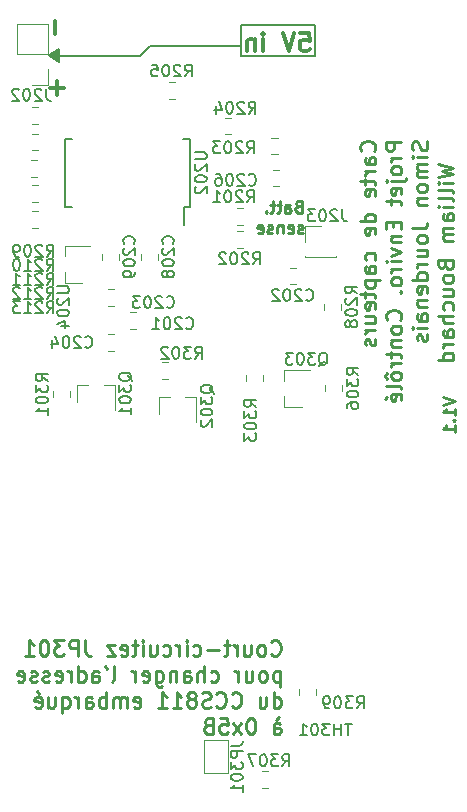
<source format=gbr>
G04 #@! TF.GenerationSoftware,KiCad,Pcbnew,(5.0.0)*
G04 #@! TF.CreationDate,2021-03-27T00:22:30-04:00*
G04 #@! TF.ProjectId,Section_SensorBlock,53656374696F6E5F53656E736F72426C,1.0*
G04 #@! TF.SameCoordinates,Original*
G04 #@! TF.FileFunction,Legend,Bot*
G04 #@! TF.FilePolarity,Positive*
%FSLAX46Y46*%
G04 Gerber Fmt 4.6, Leading zero omitted, Abs format (unit mm)*
G04 Created by KiCad (PCBNEW (5.0.0)) date 03/27/21 00:22:30*
%MOMM*%
%LPD*%
G01*
G04 APERTURE LIST*
%ADD10C,0.250000*%
%ADD11C,0.200000*%
%ADD12C,0.300000*%
%ADD13C,0.120000*%
%ADD14C,0.150000*%
G04 APERTURE END LIST*
D10*
X170052380Y-90476190D02*
X171052380Y-90809523D01*
X170052380Y-91142857D01*
X171052380Y-92000000D02*
X171052380Y-91428571D01*
X171052380Y-91714285D02*
X170052380Y-91714285D01*
X170195238Y-91619047D01*
X170290476Y-91523809D01*
X170338095Y-91428571D01*
X170957142Y-92428571D02*
X171004761Y-92476190D01*
X171052380Y-92428571D01*
X171004761Y-92380952D01*
X170957142Y-92428571D01*
X171052380Y-92428571D01*
X171052380Y-93428571D02*
X171052380Y-92857142D01*
X171052380Y-93142857D02*
X170052380Y-93142857D01*
X170195238Y-93047619D01*
X170290476Y-92952380D01*
X170338095Y-92857142D01*
D11*
X137200000Y-61500000D02*
X137400000Y-61750000D01*
X137400000Y-61250000D02*
X137200000Y-61500000D01*
X137100000Y-61350000D02*
X137400000Y-61250000D01*
X137050000Y-61650000D02*
X137100000Y-61350000D01*
X137350000Y-61800000D02*
X137050000Y-61650000D01*
X137550000Y-61550000D02*
X136750000Y-61500000D01*
X137450000Y-61900000D02*
X137400000Y-61150000D01*
X137550000Y-60950000D02*
X137550000Y-61550000D01*
X136750000Y-61500000D02*
X137550000Y-60950000D01*
X137550000Y-62100000D02*
X136800000Y-61600000D01*
X137550000Y-61500000D02*
X137550000Y-62100000D01*
X144400000Y-61600000D02*
X137500000Y-61550000D01*
X145300000Y-60700000D02*
X144400000Y-61600000D01*
X152900000Y-60700000D02*
X145300000Y-60700000D01*
X152950000Y-61600000D02*
X152950000Y-58950000D01*
X159200000Y-61600000D02*
X152950000Y-61600000D01*
X159200000Y-58950000D02*
X159200000Y-61600000D01*
X152950000Y-58950000D02*
X159200000Y-58950000D01*
D12*
X157992857Y-59628571D02*
X158707142Y-59628571D01*
X158778571Y-60342857D01*
X158707142Y-60271428D01*
X158564285Y-60200000D01*
X158207142Y-60200000D01*
X158064285Y-60271428D01*
X157992857Y-60342857D01*
X157921428Y-60485714D01*
X157921428Y-60842857D01*
X157992857Y-60985714D01*
X158064285Y-61057142D01*
X158207142Y-61128571D01*
X158564285Y-61128571D01*
X158707142Y-61057142D01*
X158778571Y-60985714D01*
X157492857Y-59628571D02*
X156992857Y-61128571D01*
X156492857Y-59628571D01*
X154850000Y-61128571D02*
X154850000Y-60128571D01*
X154850000Y-59628571D02*
X154921428Y-59700000D01*
X154850000Y-59771428D01*
X154778571Y-59700000D01*
X154850000Y-59628571D01*
X154850000Y-59771428D01*
X154135714Y-60128571D02*
X154135714Y-61128571D01*
X154135714Y-60271428D02*
X154064285Y-60200000D01*
X153921428Y-60128571D01*
X153707142Y-60128571D01*
X153564285Y-60200000D01*
X153492857Y-60342857D01*
X153492857Y-61128571D01*
X137257142Y-58578571D02*
X137257142Y-59721428D01*
X137407142Y-63728571D02*
X137407142Y-64871428D01*
X137978571Y-64300000D02*
X136835714Y-64300000D01*
D10*
X157816071Y-74303571D02*
X157673214Y-74351190D01*
X157625595Y-74398809D01*
X157577976Y-74494047D01*
X157577976Y-74636904D01*
X157625595Y-74732142D01*
X157673214Y-74779761D01*
X157768452Y-74827380D01*
X158149404Y-74827380D01*
X158149404Y-73827380D01*
X157816071Y-73827380D01*
X157720833Y-73875000D01*
X157673214Y-73922619D01*
X157625595Y-74017857D01*
X157625595Y-74113095D01*
X157673214Y-74208333D01*
X157720833Y-74255952D01*
X157816071Y-74303571D01*
X158149404Y-74303571D01*
X156720833Y-74827380D02*
X156720833Y-74303571D01*
X156768452Y-74208333D01*
X156863690Y-74160714D01*
X157054166Y-74160714D01*
X157149404Y-74208333D01*
X156720833Y-74779761D02*
X156816071Y-74827380D01*
X157054166Y-74827380D01*
X157149404Y-74779761D01*
X157197023Y-74684523D01*
X157197023Y-74589285D01*
X157149404Y-74494047D01*
X157054166Y-74446428D01*
X156816071Y-74446428D01*
X156720833Y-74398809D01*
X156387500Y-74160714D02*
X156006547Y-74160714D01*
X156244642Y-73827380D02*
X156244642Y-74684523D01*
X156197023Y-74779761D01*
X156101785Y-74827380D01*
X156006547Y-74827380D01*
X155816071Y-74160714D02*
X155435119Y-74160714D01*
X155673214Y-73827380D02*
X155673214Y-74684523D01*
X155625595Y-74779761D01*
X155530357Y-74827380D01*
X155435119Y-74827380D01*
X155101785Y-74732142D02*
X155054166Y-74779761D01*
X155101785Y-74827380D01*
X155149404Y-74779761D01*
X155101785Y-74732142D01*
X155101785Y-74827380D01*
X158197023Y-76529761D02*
X158101785Y-76577380D01*
X157911309Y-76577380D01*
X157816071Y-76529761D01*
X157768452Y-76434523D01*
X157768452Y-76386904D01*
X157816071Y-76291666D01*
X157911309Y-76244047D01*
X158054166Y-76244047D01*
X158149404Y-76196428D01*
X158197023Y-76101190D01*
X158197023Y-76053571D01*
X158149404Y-75958333D01*
X158054166Y-75910714D01*
X157911309Y-75910714D01*
X157816071Y-75958333D01*
X156958928Y-76529761D02*
X157054166Y-76577380D01*
X157244642Y-76577380D01*
X157339880Y-76529761D01*
X157387500Y-76434523D01*
X157387500Y-76053571D01*
X157339880Y-75958333D01*
X157244642Y-75910714D01*
X157054166Y-75910714D01*
X156958928Y-75958333D01*
X156911309Y-76053571D01*
X156911309Y-76148809D01*
X157387500Y-76244047D01*
X156482738Y-75910714D02*
X156482738Y-76577380D01*
X156482738Y-76005952D02*
X156435119Y-75958333D01*
X156339880Y-75910714D01*
X156197023Y-75910714D01*
X156101785Y-75958333D01*
X156054166Y-76053571D01*
X156054166Y-76577380D01*
X155625595Y-76529761D02*
X155530357Y-76577380D01*
X155339880Y-76577380D01*
X155244642Y-76529761D01*
X155197023Y-76434523D01*
X155197023Y-76386904D01*
X155244642Y-76291666D01*
X155339880Y-76244047D01*
X155482738Y-76244047D01*
X155577976Y-76196428D01*
X155625595Y-76101190D01*
X155625595Y-76053571D01*
X155577976Y-75958333D01*
X155482738Y-75910714D01*
X155339880Y-75910714D01*
X155244642Y-75958333D01*
X154387500Y-76529761D02*
X154482738Y-76577380D01*
X154673214Y-76577380D01*
X154768452Y-76529761D01*
X154816071Y-76434523D01*
X154816071Y-76053571D01*
X154768452Y-75958333D01*
X154673214Y-75910714D01*
X154482738Y-75910714D01*
X154387500Y-75958333D01*
X154339880Y-76053571D01*
X154339880Y-76148809D01*
X154816071Y-76244047D01*
X164214285Y-69614880D02*
X164276190Y-69552976D01*
X164338095Y-69367261D01*
X164338095Y-69243452D01*
X164276190Y-69057738D01*
X164152380Y-68933928D01*
X164028571Y-68872023D01*
X163780952Y-68810119D01*
X163595238Y-68810119D01*
X163347619Y-68872023D01*
X163223809Y-68933928D01*
X163100000Y-69057738D01*
X163038095Y-69243452D01*
X163038095Y-69367261D01*
X163100000Y-69552976D01*
X163161904Y-69614880D01*
X164338095Y-70729166D02*
X163657142Y-70729166D01*
X163533333Y-70667261D01*
X163471428Y-70543452D01*
X163471428Y-70295833D01*
X163533333Y-70172023D01*
X164276190Y-70729166D02*
X164338095Y-70605357D01*
X164338095Y-70295833D01*
X164276190Y-70172023D01*
X164152380Y-70110119D01*
X164028571Y-70110119D01*
X163904761Y-70172023D01*
X163842857Y-70295833D01*
X163842857Y-70605357D01*
X163780952Y-70729166D01*
X164338095Y-71348214D02*
X163471428Y-71348214D01*
X163719047Y-71348214D02*
X163595238Y-71410119D01*
X163533333Y-71472023D01*
X163471428Y-71595833D01*
X163471428Y-71719642D01*
X163471428Y-71967261D02*
X163471428Y-72462500D01*
X163038095Y-72152976D02*
X164152380Y-72152976D01*
X164276190Y-72214880D01*
X164338095Y-72338690D01*
X164338095Y-72462500D01*
X164276190Y-73391071D02*
X164338095Y-73267261D01*
X164338095Y-73019642D01*
X164276190Y-72895833D01*
X164152380Y-72833928D01*
X163657142Y-72833928D01*
X163533333Y-72895833D01*
X163471428Y-73019642D01*
X163471428Y-73267261D01*
X163533333Y-73391071D01*
X163657142Y-73452976D01*
X163780952Y-73452976D01*
X163904761Y-72833928D01*
X164338095Y-75557738D02*
X163038095Y-75557738D01*
X164276190Y-75557738D02*
X164338095Y-75433928D01*
X164338095Y-75186309D01*
X164276190Y-75062500D01*
X164214285Y-75000595D01*
X164090476Y-74938690D01*
X163719047Y-74938690D01*
X163595238Y-75000595D01*
X163533333Y-75062500D01*
X163471428Y-75186309D01*
X163471428Y-75433928D01*
X163533333Y-75557738D01*
X164276190Y-76672023D02*
X164338095Y-76548214D01*
X164338095Y-76300595D01*
X164276190Y-76176785D01*
X164152380Y-76114880D01*
X163657142Y-76114880D01*
X163533333Y-76176785D01*
X163471428Y-76300595D01*
X163471428Y-76548214D01*
X163533333Y-76672023D01*
X163657142Y-76733928D01*
X163780952Y-76733928D01*
X163904761Y-76114880D01*
X164276190Y-78838690D02*
X164338095Y-78714880D01*
X164338095Y-78467261D01*
X164276190Y-78343452D01*
X164214285Y-78281547D01*
X164090476Y-78219642D01*
X163719047Y-78219642D01*
X163595238Y-78281547D01*
X163533333Y-78343452D01*
X163471428Y-78467261D01*
X163471428Y-78714880D01*
X163533333Y-78838690D01*
X164338095Y-79952976D02*
X163657142Y-79952976D01*
X163533333Y-79891071D01*
X163471428Y-79767261D01*
X163471428Y-79519642D01*
X163533333Y-79395833D01*
X164276190Y-79952976D02*
X164338095Y-79829166D01*
X164338095Y-79519642D01*
X164276190Y-79395833D01*
X164152380Y-79333928D01*
X164028571Y-79333928D01*
X163904761Y-79395833D01*
X163842857Y-79519642D01*
X163842857Y-79829166D01*
X163780952Y-79952976D01*
X163471428Y-80572023D02*
X164771428Y-80572023D01*
X163533333Y-80572023D02*
X163471428Y-80695833D01*
X163471428Y-80943452D01*
X163533333Y-81067261D01*
X163595238Y-81129166D01*
X163719047Y-81191071D01*
X164090476Y-81191071D01*
X164214285Y-81129166D01*
X164276190Y-81067261D01*
X164338095Y-80943452D01*
X164338095Y-80695833D01*
X164276190Y-80572023D01*
X163471428Y-81562500D02*
X163471428Y-82057738D01*
X163038095Y-81748214D02*
X164152380Y-81748214D01*
X164276190Y-81810119D01*
X164338095Y-81933928D01*
X164338095Y-82057738D01*
X164276190Y-82986309D02*
X164338095Y-82862500D01*
X164338095Y-82614880D01*
X164276190Y-82491071D01*
X164152380Y-82429166D01*
X163657142Y-82429166D01*
X163533333Y-82491071D01*
X163471428Y-82614880D01*
X163471428Y-82862500D01*
X163533333Y-82986309D01*
X163657142Y-83048214D01*
X163780952Y-83048214D01*
X163904761Y-82429166D01*
X163471428Y-84162500D02*
X164338095Y-84162500D01*
X163471428Y-83605357D02*
X164152380Y-83605357D01*
X164276190Y-83667261D01*
X164338095Y-83791071D01*
X164338095Y-83976785D01*
X164276190Y-84100595D01*
X164214285Y-84162500D01*
X164338095Y-84781547D02*
X163471428Y-84781547D01*
X163719047Y-84781547D02*
X163595238Y-84843452D01*
X163533333Y-84905357D01*
X163471428Y-85029166D01*
X163471428Y-85152976D01*
X164276190Y-85524404D02*
X164338095Y-85648214D01*
X164338095Y-85895833D01*
X164276190Y-86019642D01*
X164152380Y-86081547D01*
X164090476Y-86081547D01*
X163966666Y-86019642D01*
X163904761Y-85895833D01*
X163904761Y-85710119D01*
X163842857Y-85586309D01*
X163719047Y-85524404D01*
X163657142Y-85524404D01*
X163533333Y-85586309D01*
X163471428Y-85710119D01*
X163471428Y-85895833D01*
X163533333Y-86019642D01*
X166538095Y-68872023D02*
X165238095Y-68872023D01*
X165238095Y-69367261D01*
X165300000Y-69491071D01*
X165361904Y-69552976D01*
X165485714Y-69614880D01*
X165671428Y-69614880D01*
X165795238Y-69552976D01*
X165857142Y-69491071D01*
X165919047Y-69367261D01*
X165919047Y-68872023D01*
X166538095Y-70172023D02*
X165671428Y-70172023D01*
X165919047Y-70172023D02*
X165795238Y-70233928D01*
X165733333Y-70295833D01*
X165671428Y-70419642D01*
X165671428Y-70543452D01*
X166538095Y-71162500D02*
X166476190Y-71038690D01*
X166414285Y-70976785D01*
X166290476Y-70914880D01*
X165919047Y-70914880D01*
X165795238Y-70976785D01*
X165733333Y-71038690D01*
X165671428Y-71162500D01*
X165671428Y-71348214D01*
X165733333Y-71472023D01*
X165795238Y-71533928D01*
X165919047Y-71595833D01*
X166290476Y-71595833D01*
X166414285Y-71533928D01*
X166476190Y-71472023D01*
X166538095Y-71348214D01*
X166538095Y-71162500D01*
X165671428Y-72152976D02*
X166785714Y-72152976D01*
X166909523Y-72091071D01*
X166971428Y-71967261D01*
X166971428Y-71905357D01*
X165238095Y-72152976D02*
X165300000Y-72091071D01*
X165361904Y-72152976D01*
X165300000Y-72214880D01*
X165238095Y-72152976D01*
X165361904Y-72152976D01*
X166476190Y-73267261D02*
X166538095Y-73143452D01*
X166538095Y-72895833D01*
X166476190Y-72772023D01*
X166352380Y-72710119D01*
X165857142Y-72710119D01*
X165733333Y-72772023D01*
X165671428Y-72895833D01*
X165671428Y-73143452D01*
X165733333Y-73267261D01*
X165857142Y-73329166D01*
X165980952Y-73329166D01*
X166104761Y-72710119D01*
X165671428Y-73700595D02*
X165671428Y-74195833D01*
X165238095Y-73886309D02*
X166352380Y-73886309D01*
X166476190Y-73948214D01*
X166538095Y-74072023D01*
X166538095Y-74195833D01*
X165857142Y-75619642D02*
X165857142Y-76052976D01*
X166538095Y-76238690D02*
X166538095Y-75619642D01*
X165238095Y-75619642D01*
X165238095Y-76238690D01*
X165671428Y-76795833D02*
X166538095Y-76795833D01*
X165795238Y-76795833D02*
X165733333Y-76857738D01*
X165671428Y-76981547D01*
X165671428Y-77167261D01*
X165733333Y-77291071D01*
X165857142Y-77352976D01*
X166538095Y-77352976D01*
X165671428Y-77848214D02*
X166538095Y-78157738D01*
X165671428Y-78467261D01*
X166538095Y-78962500D02*
X165671428Y-78962500D01*
X165238095Y-78962500D02*
X165300000Y-78900595D01*
X165361904Y-78962500D01*
X165300000Y-79024404D01*
X165238095Y-78962500D01*
X165361904Y-78962500D01*
X166538095Y-79581547D02*
X165671428Y-79581547D01*
X165919047Y-79581547D02*
X165795238Y-79643452D01*
X165733333Y-79705357D01*
X165671428Y-79829166D01*
X165671428Y-79952976D01*
X166538095Y-80572023D02*
X166476190Y-80448214D01*
X166414285Y-80386309D01*
X166290476Y-80324404D01*
X165919047Y-80324404D01*
X165795238Y-80386309D01*
X165733333Y-80448214D01*
X165671428Y-80572023D01*
X165671428Y-80757738D01*
X165733333Y-80881547D01*
X165795238Y-80943452D01*
X165919047Y-81005357D01*
X166290476Y-81005357D01*
X166414285Y-80943452D01*
X166476190Y-80881547D01*
X166538095Y-80757738D01*
X166538095Y-80572023D01*
X166414285Y-81562500D02*
X166476190Y-81624404D01*
X166538095Y-81562500D01*
X166476190Y-81500595D01*
X166414285Y-81562500D01*
X166538095Y-81562500D01*
X166414285Y-83914880D02*
X166476190Y-83852976D01*
X166538095Y-83667261D01*
X166538095Y-83543452D01*
X166476190Y-83357738D01*
X166352380Y-83233928D01*
X166228571Y-83172023D01*
X165980952Y-83110119D01*
X165795238Y-83110119D01*
X165547619Y-83172023D01*
X165423809Y-83233928D01*
X165300000Y-83357738D01*
X165238095Y-83543452D01*
X165238095Y-83667261D01*
X165300000Y-83852976D01*
X165361904Y-83914880D01*
X166538095Y-84657738D02*
X166476190Y-84533928D01*
X166414285Y-84472023D01*
X166290476Y-84410119D01*
X165919047Y-84410119D01*
X165795238Y-84472023D01*
X165733333Y-84533928D01*
X165671428Y-84657738D01*
X165671428Y-84843452D01*
X165733333Y-84967261D01*
X165795238Y-85029166D01*
X165919047Y-85091071D01*
X166290476Y-85091071D01*
X166414285Y-85029166D01*
X166476190Y-84967261D01*
X166538095Y-84843452D01*
X166538095Y-84657738D01*
X165671428Y-85648214D02*
X166538095Y-85648214D01*
X165795238Y-85648214D02*
X165733333Y-85710119D01*
X165671428Y-85833928D01*
X165671428Y-86019642D01*
X165733333Y-86143452D01*
X165857142Y-86205357D01*
X166538095Y-86205357D01*
X165671428Y-86638690D02*
X165671428Y-87133928D01*
X165238095Y-86824404D02*
X166352380Y-86824404D01*
X166476190Y-86886309D01*
X166538095Y-87010119D01*
X166538095Y-87133928D01*
X166538095Y-87567261D02*
X165671428Y-87567261D01*
X165919047Y-87567261D02*
X165795238Y-87629166D01*
X165733333Y-87691071D01*
X165671428Y-87814880D01*
X165671428Y-87938690D01*
X166538095Y-88557738D02*
X166476190Y-88433928D01*
X166414285Y-88372023D01*
X166290476Y-88310119D01*
X165919047Y-88310119D01*
X165795238Y-88372023D01*
X165733333Y-88433928D01*
X165671428Y-88557738D01*
X165671428Y-88743452D01*
X165733333Y-88867261D01*
X165795238Y-88929166D01*
X165919047Y-88991071D01*
X166290476Y-88991071D01*
X166414285Y-88929166D01*
X166476190Y-88867261D01*
X166538095Y-88743452D01*
X166538095Y-88557738D01*
X165361904Y-88433928D02*
X165176190Y-88681547D01*
X165361904Y-88929166D01*
X166538095Y-89733928D02*
X166476190Y-89610119D01*
X166352380Y-89548214D01*
X165238095Y-89548214D01*
X166476190Y-90724404D02*
X166538095Y-90600595D01*
X166538095Y-90352976D01*
X166476190Y-90229166D01*
X166352380Y-90167261D01*
X165857142Y-90167261D01*
X165733333Y-90229166D01*
X165671428Y-90352976D01*
X165671428Y-90600595D01*
X165733333Y-90724404D01*
X165857142Y-90786309D01*
X165980952Y-90786309D01*
X166104761Y-90167261D01*
X165176190Y-90600595D02*
X165361904Y-90414880D01*
X168676190Y-68810119D02*
X168738095Y-68995833D01*
X168738095Y-69305357D01*
X168676190Y-69429166D01*
X168614285Y-69491071D01*
X168490476Y-69552976D01*
X168366666Y-69552976D01*
X168242857Y-69491071D01*
X168180952Y-69429166D01*
X168119047Y-69305357D01*
X168057142Y-69057738D01*
X167995238Y-68933928D01*
X167933333Y-68872023D01*
X167809523Y-68810119D01*
X167685714Y-68810119D01*
X167561904Y-68872023D01*
X167500000Y-68933928D01*
X167438095Y-69057738D01*
X167438095Y-69367261D01*
X167500000Y-69552976D01*
X168738095Y-70110119D02*
X167871428Y-70110119D01*
X167438095Y-70110119D02*
X167500000Y-70048214D01*
X167561904Y-70110119D01*
X167500000Y-70172023D01*
X167438095Y-70110119D01*
X167561904Y-70110119D01*
X168738095Y-70729166D02*
X167871428Y-70729166D01*
X167995238Y-70729166D02*
X167933333Y-70791071D01*
X167871428Y-70914880D01*
X167871428Y-71100595D01*
X167933333Y-71224404D01*
X168057142Y-71286309D01*
X168738095Y-71286309D01*
X168057142Y-71286309D02*
X167933333Y-71348214D01*
X167871428Y-71472023D01*
X167871428Y-71657738D01*
X167933333Y-71781547D01*
X168057142Y-71843452D01*
X168738095Y-71843452D01*
X168738095Y-72648214D02*
X168676190Y-72524404D01*
X168614285Y-72462500D01*
X168490476Y-72400595D01*
X168119047Y-72400595D01*
X167995238Y-72462500D01*
X167933333Y-72524404D01*
X167871428Y-72648214D01*
X167871428Y-72833928D01*
X167933333Y-72957738D01*
X167995238Y-73019642D01*
X168119047Y-73081547D01*
X168490476Y-73081547D01*
X168614285Y-73019642D01*
X168676190Y-72957738D01*
X168738095Y-72833928D01*
X168738095Y-72648214D01*
X167871428Y-73638690D02*
X168738095Y-73638690D01*
X167995238Y-73638690D02*
X167933333Y-73700595D01*
X167871428Y-73824404D01*
X167871428Y-74010119D01*
X167933333Y-74133928D01*
X168057142Y-74195833D01*
X168738095Y-74195833D01*
X167438095Y-76176785D02*
X168366666Y-76176785D01*
X168552380Y-76114880D01*
X168676190Y-75991071D01*
X168738095Y-75805357D01*
X168738095Y-75681547D01*
X168738095Y-76981547D02*
X168676190Y-76857738D01*
X168614285Y-76795833D01*
X168490476Y-76733928D01*
X168119047Y-76733928D01*
X167995238Y-76795833D01*
X167933333Y-76857738D01*
X167871428Y-76981547D01*
X167871428Y-77167261D01*
X167933333Y-77291071D01*
X167995238Y-77352976D01*
X168119047Y-77414880D01*
X168490476Y-77414880D01*
X168614285Y-77352976D01*
X168676190Y-77291071D01*
X168738095Y-77167261D01*
X168738095Y-76981547D01*
X167871428Y-78529166D02*
X168738095Y-78529166D01*
X167871428Y-77972023D02*
X168552380Y-77972023D01*
X168676190Y-78033928D01*
X168738095Y-78157738D01*
X168738095Y-78343452D01*
X168676190Y-78467261D01*
X168614285Y-78529166D01*
X168738095Y-79148214D02*
X167871428Y-79148214D01*
X168119047Y-79148214D02*
X167995238Y-79210119D01*
X167933333Y-79272023D01*
X167871428Y-79395833D01*
X167871428Y-79519642D01*
X168738095Y-80510119D02*
X167438095Y-80510119D01*
X168676190Y-80510119D02*
X168738095Y-80386309D01*
X168738095Y-80138690D01*
X168676190Y-80014880D01*
X168614285Y-79952976D01*
X168490476Y-79891071D01*
X168119047Y-79891071D01*
X167995238Y-79952976D01*
X167933333Y-80014880D01*
X167871428Y-80138690D01*
X167871428Y-80386309D01*
X167933333Y-80510119D01*
X168676190Y-81624404D02*
X168738095Y-81500595D01*
X168738095Y-81252976D01*
X168676190Y-81129166D01*
X168552380Y-81067261D01*
X168057142Y-81067261D01*
X167933333Y-81129166D01*
X167871428Y-81252976D01*
X167871428Y-81500595D01*
X167933333Y-81624404D01*
X168057142Y-81686309D01*
X168180952Y-81686309D01*
X168304761Y-81067261D01*
X167871428Y-82243452D02*
X168738095Y-82243452D01*
X167995238Y-82243452D02*
X167933333Y-82305357D01*
X167871428Y-82429166D01*
X167871428Y-82614880D01*
X167933333Y-82738690D01*
X168057142Y-82800595D01*
X168738095Y-82800595D01*
X168738095Y-83976785D02*
X168057142Y-83976785D01*
X167933333Y-83914880D01*
X167871428Y-83791071D01*
X167871428Y-83543452D01*
X167933333Y-83419642D01*
X168676190Y-83976785D02*
X168738095Y-83852976D01*
X168738095Y-83543452D01*
X168676190Y-83419642D01*
X168552380Y-83357738D01*
X168428571Y-83357738D01*
X168304761Y-83419642D01*
X168242857Y-83543452D01*
X168242857Y-83852976D01*
X168180952Y-83976785D01*
X168738095Y-84595833D02*
X167871428Y-84595833D01*
X167438095Y-84595833D02*
X167500000Y-84533928D01*
X167561904Y-84595833D01*
X167500000Y-84657738D01*
X167438095Y-84595833D01*
X167561904Y-84595833D01*
X168676190Y-85152976D02*
X168738095Y-85276785D01*
X168738095Y-85524404D01*
X168676190Y-85648214D01*
X168552380Y-85710119D01*
X168490476Y-85710119D01*
X168366666Y-85648214D01*
X168304761Y-85524404D01*
X168304761Y-85338690D01*
X168242857Y-85214880D01*
X168119047Y-85152976D01*
X168057142Y-85152976D01*
X167933333Y-85214880D01*
X167871428Y-85338690D01*
X167871428Y-85524404D01*
X167933333Y-85648214D01*
X169638095Y-70729166D02*
X170938095Y-71038690D01*
X170009523Y-71286309D01*
X170938095Y-71533928D01*
X169638095Y-71843452D01*
X170938095Y-72338690D02*
X170071428Y-72338690D01*
X169638095Y-72338690D02*
X169700000Y-72276785D01*
X169761904Y-72338690D01*
X169700000Y-72400595D01*
X169638095Y-72338690D01*
X169761904Y-72338690D01*
X170938095Y-73143452D02*
X170876190Y-73019642D01*
X170752380Y-72957738D01*
X169638095Y-72957738D01*
X170938095Y-73824404D02*
X170876190Y-73700595D01*
X170752380Y-73638690D01*
X169638095Y-73638690D01*
X170938095Y-74319642D02*
X170071428Y-74319642D01*
X169638095Y-74319642D02*
X169700000Y-74257738D01*
X169761904Y-74319642D01*
X169700000Y-74381547D01*
X169638095Y-74319642D01*
X169761904Y-74319642D01*
X170938095Y-75495833D02*
X170257142Y-75495833D01*
X170133333Y-75433928D01*
X170071428Y-75310119D01*
X170071428Y-75062500D01*
X170133333Y-74938690D01*
X170876190Y-75495833D02*
X170938095Y-75372023D01*
X170938095Y-75062500D01*
X170876190Y-74938690D01*
X170752380Y-74876785D01*
X170628571Y-74876785D01*
X170504761Y-74938690D01*
X170442857Y-75062500D01*
X170442857Y-75372023D01*
X170380952Y-75495833D01*
X170938095Y-76114880D02*
X170071428Y-76114880D01*
X170195238Y-76114880D02*
X170133333Y-76176785D01*
X170071428Y-76300595D01*
X170071428Y-76486309D01*
X170133333Y-76610119D01*
X170257142Y-76672023D01*
X170938095Y-76672023D01*
X170257142Y-76672023D02*
X170133333Y-76733928D01*
X170071428Y-76857738D01*
X170071428Y-77043452D01*
X170133333Y-77167261D01*
X170257142Y-77229166D01*
X170938095Y-77229166D01*
X170257142Y-79272023D02*
X170319047Y-79457738D01*
X170380952Y-79519642D01*
X170504761Y-79581547D01*
X170690476Y-79581547D01*
X170814285Y-79519642D01*
X170876190Y-79457738D01*
X170938095Y-79333928D01*
X170938095Y-78838690D01*
X169638095Y-78838690D01*
X169638095Y-79272023D01*
X169700000Y-79395833D01*
X169761904Y-79457738D01*
X169885714Y-79519642D01*
X170009523Y-79519642D01*
X170133333Y-79457738D01*
X170195238Y-79395833D01*
X170257142Y-79272023D01*
X170257142Y-78838690D01*
X170938095Y-80324404D02*
X170876190Y-80200595D01*
X170814285Y-80138690D01*
X170690476Y-80076785D01*
X170319047Y-80076785D01*
X170195238Y-80138690D01*
X170133333Y-80200595D01*
X170071428Y-80324404D01*
X170071428Y-80510119D01*
X170133333Y-80633928D01*
X170195238Y-80695833D01*
X170319047Y-80757738D01*
X170690476Y-80757738D01*
X170814285Y-80695833D01*
X170876190Y-80633928D01*
X170938095Y-80510119D01*
X170938095Y-80324404D01*
X170071428Y-81872023D02*
X170938095Y-81872023D01*
X170071428Y-81314880D02*
X170752380Y-81314880D01*
X170876190Y-81376785D01*
X170938095Y-81500595D01*
X170938095Y-81686309D01*
X170876190Y-81810119D01*
X170814285Y-81872023D01*
X170876190Y-83048214D02*
X170938095Y-82924404D01*
X170938095Y-82676785D01*
X170876190Y-82552976D01*
X170814285Y-82491071D01*
X170690476Y-82429166D01*
X170319047Y-82429166D01*
X170195238Y-82491071D01*
X170133333Y-82552976D01*
X170071428Y-82676785D01*
X170071428Y-82924404D01*
X170133333Y-83048214D01*
X170938095Y-83605357D02*
X169638095Y-83605357D01*
X170938095Y-84162500D02*
X170257142Y-84162500D01*
X170133333Y-84100595D01*
X170071428Y-83976785D01*
X170071428Y-83791071D01*
X170133333Y-83667261D01*
X170195238Y-83605357D01*
X170938095Y-85338690D02*
X170257142Y-85338690D01*
X170133333Y-85276785D01*
X170071428Y-85152976D01*
X170071428Y-84905357D01*
X170133333Y-84781547D01*
X170876190Y-85338690D02*
X170938095Y-85214880D01*
X170938095Y-84905357D01*
X170876190Y-84781547D01*
X170752380Y-84719642D01*
X170628571Y-84719642D01*
X170504761Y-84781547D01*
X170442857Y-84905357D01*
X170442857Y-85214880D01*
X170380952Y-85338690D01*
X170938095Y-85957738D02*
X170071428Y-85957738D01*
X170319047Y-85957738D02*
X170195238Y-86019642D01*
X170133333Y-86081547D01*
X170071428Y-86205357D01*
X170071428Y-86329166D01*
X170938095Y-87319642D02*
X169638095Y-87319642D01*
X170876190Y-87319642D02*
X170938095Y-87195833D01*
X170938095Y-86948214D01*
X170876190Y-86824404D01*
X170814285Y-86762500D01*
X170690476Y-86700595D01*
X170319047Y-86700595D01*
X170195238Y-86762500D01*
X170133333Y-86824404D01*
X170071428Y-86948214D01*
X170071428Y-87195833D01*
X170133333Y-87319642D01*
X155535119Y-112214285D02*
X155597023Y-112276190D01*
X155782738Y-112338095D01*
X155906547Y-112338095D01*
X156092261Y-112276190D01*
X156216071Y-112152380D01*
X156277976Y-112028571D01*
X156339880Y-111780952D01*
X156339880Y-111595238D01*
X156277976Y-111347619D01*
X156216071Y-111223809D01*
X156092261Y-111100000D01*
X155906547Y-111038095D01*
X155782738Y-111038095D01*
X155597023Y-111100000D01*
X155535119Y-111161904D01*
X154792261Y-112338095D02*
X154916071Y-112276190D01*
X154977976Y-112214285D01*
X155039880Y-112090476D01*
X155039880Y-111719047D01*
X154977976Y-111595238D01*
X154916071Y-111533333D01*
X154792261Y-111471428D01*
X154606547Y-111471428D01*
X154482738Y-111533333D01*
X154420833Y-111595238D01*
X154358928Y-111719047D01*
X154358928Y-112090476D01*
X154420833Y-112214285D01*
X154482738Y-112276190D01*
X154606547Y-112338095D01*
X154792261Y-112338095D01*
X153244642Y-111471428D02*
X153244642Y-112338095D01*
X153801785Y-111471428D02*
X153801785Y-112152380D01*
X153739880Y-112276190D01*
X153616071Y-112338095D01*
X153430357Y-112338095D01*
X153306547Y-112276190D01*
X153244642Y-112214285D01*
X152625595Y-112338095D02*
X152625595Y-111471428D01*
X152625595Y-111719047D02*
X152563690Y-111595238D01*
X152501785Y-111533333D01*
X152377976Y-111471428D01*
X152254166Y-111471428D01*
X152006547Y-111471428D02*
X151511309Y-111471428D01*
X151820833Y-111038095D02*
X151820833Y-112152380D01*
X151758928Y-112276190D01*
X151635119Y-112338095D01*
X151511309Y-112338095D01*
X151077976Y-111842857D02*
X150087500Y-111842857D01*
X148911309Y-112276190D02*
X149035119Y-112338095D01*
X149282738Y-112338095D01*
X149406547Y-112276190D01*
X149468452Y-112214285D01*
X149530357Y-112090476D01*
X149530357Y-111719047D01*
X149468452Y-111595238D01*
X149406547Y-111533333D01*
X149282738Y-111471428D01*
X149035119Y-111471428D01*
X148911309Y-111533333D01*
X148354166Y-112338095D02*
X148354166Y-111471428D01*
X148354166Y-111038095D02*
X148416071Y-111100000D01*
X148354166Y-111161904D01*
X148292261Y-111100000D01*
X148354166Y-111038095D01*
X148354166Y-111161904D01*
X147735119Y-112338095D02*
X147735119Y-111471428D01*
X147735119Y-111719047D02*
X147673214Y-111595238D01*
X147611309Y-111533333D01*
X147487500Y-111471428D01*
X147363690Y-111471428D01*
X146373214Y-112276190D02*
X146497023Y-112338095D01*
X146744642Y-112338095D01*
X146868452Y-112276190D01*
X146930357Y-112214285D01*
X146992261Y-112090476D01*
X146992261Y-111719047D01*
X146930357Y-111595238D01*
X146868452Y-111533333D01*
X146744642Y-111471428D01*
X146497023Y-111471428D01*
X146373214Y-111533333D01*
X145258928Y-111471428D02*
X145258928Y-112338095D01*
X145816071Y-111471428D02*
X145816071Y-112152380D01*
X145754166Y-112276190D01*
X145630357Y-112338095D01*
X145444642Y-112338095D01*
X145320833Y-112276190D01*
X145258928Y-112214285D01*
X144639880Y-112338095D02*
X144639880Y-111471428D01*
X144639880Y-111038095D02*
X144701785Y-111100000D01*
X144639880Y-111161904D01*
X144577976Y-111100000D01*
X144639880Y-111038095D01*
X144639880Y-111161904D01*
X144206547Y-111471428D02*
X143711309Y-111471428D01*
X144020833Y-111038095D02*
X144020833Y-112152380D01*
X143958928Y-112276190D01*
X143835119Y-112338095D01*
X143711309Y-112338095D01*
X142782738Y-112276190D02*
X142906547Y-112338095D01*
X143154166Y-112338095D01*
X143277976Y-112276190D01*
X143339880Y-112152380D01*
X143339880Y-111657142D01*
X143277976Y-111533333D01*
X143154166Y-111471428D01*
X142906547Y-111471428D01*
X142782738Y-111533333D01*
X142720833Y-111657142D01*
X142720833Y-111780952D01*
X143339880Y-111904761D01*
X142287500Y-111471428D02*
X141606547Y-111471428D01*
X142287500Y-112338095D01*
X141606547Y-112338095D01*
X139749404Y-111038095D02*
X139749404Y-111966666D01*
X139811309Y-112152380D01*
X139935119Y-112276190D01*
X140120833Y-112338095D01*
X140244642Y-112338095D01*
X139130357Y-112338095D02*
X139130357Y-111038095D01*
X138635119Y-111038095D01*
X138511309Y-111100000D01*
X138449404Y-111161904D01*
X138387500Y-111285714D01*
X138387500Y-111471428D01*
X138449404Y-111595238D01*
X138511309Y-111657142D01*
X138635119Y-111719047D01*
X139130357Y-111719047D01*
X137954166Y-111038095D02*
X137149404Y-111038095D01*
X137582738Y-111533333D01*
X137397023Y-111533333D01*
X137273214Y-111595238D01*
X137211309Y-111657142D01*
X137149404Y-111780952D01*
X137149404Y-112090476D01*
X137211309Y-112214285D01*
X137273214Y-112276190D01*
X137397023Y-112338095D01*
X137768452Y-112338095D01*
X137892261Y-112276190D01*
X137954166Y-112214285D01*
X136344642Y-111038095D02*
X136220833Y-111038095D01*
X136097023Y-111100000D01*
X136035119Y-111161904D01*
X135973214Y-111285714D01*
X135911309Y-111533333D01*
X135911309Y-111842857D01*
X135973214Y-112090476D01*
X136035119Y-112214285D01*
X136097023Y-112276190D01*
X136220833Y-112338095D01*
X136344642Y-112338095D01*
X136468452Y-112276190D01*
X136530357Y-112214285D01*
X136592261Y-112090476D01*
X136654166Y-111842857D01*
X136654166Y-111533333D01*
X136592261Y-111285714D01*
X136530357Y-111161904D01*
X136468452Y-111100000D01*
X136344642Y-111038095D01*
X134673214Y-112338095D02*
X135416071Y-112338095D01*
X135044642Y-112338095D02*
X135044642Y-111038095D01*
X135168452Y-111223809D01*
X135292261Y-111347619D01*
X135416071Y-111409523D01*
X156277976Y-113671428D02*
X156277976Y-114971428D01*
X156277976Y-113733333D02*
X156154166Y-113671428D01*
X155906547Y-113671428D01*
X155782738Y-113733333D01*
X155720833Y-113795238D01*
X155658928Y-113919047D01*
X155658928Y-114290476D01*
X155720833Y-114414285D01*
X155782738Y-114476190D01*
X155906547Y-114538095D01*
X156154166Y-114538095D01*
X156277976Y-114476190D01*
X154916071Y-114538095D02*
X155039880Y-114476190D01*
X155101785Y-114414285D01*
X155163690Y-114290476D01*
X155163690Y-113919047D01*
X155101785Y-113795238D01*
X155039880Y-113733333D01*
X154916071Y-113671428D01*
X154730357Y-113671428D01*
X154606547Y-113733333D01*
X154544642Y-113795238D01*
X154482738Y-113919047D01*
X154482738Y-114290476D01*
X154544642Y-114414285D01*
X154606547Y-114476190D01*
X154730357Y-114538095D01*
X154916071Y-114538095D01*
X153368452Y-113671428D02*
X153368452Y-114538095D01*
X153925595Y-113671428D02*
X153925595Y-114352380D01*
X153863690Y-114476190D01*
X153739880Y-114538095D01*
X153554166Y-114538095D01*
X153430357Y-114476190D01*
X153368452Y-114414285D01*
X152749404Y-114538095D02*
X152749404Y-113671428D01*
X152749404Y-113919047D02*
X152687500Y-113795238D01*
X152625595Y-113733333D01*
X152501785Y-113671428D01*
X152377976Y-113671428D01*
X150397023Y-114476190D02*
X150520833Y-114538095D01*
X150768452Y-114538095D01*
X150892261Y-114476190D01*
X150954166Y-114414285D01*
X151016071Y-114290476D01*
X151016071Y-113919047D01*
X150954166Y-113795238D01*
X150892261Y-113733333D01*
X150768452Y-113671428D01*
X150520833Y-113671428D01*
X150397023Y-113733333D01*
X149839880Y-114538095D02*
X149839880Y-113238095D01*
X149282738Y-114538095D02*
X149282738Y-113857142D01*
X149344642Y-113733333D01*
X149468452Y-113671428D01*
X149654166Y-113671428D01*
X149777976Y-113733333D01*
X149839880Y-113795238D01*
X148106547Y-114538095D02*
X148106547Y-113857142D01*
X148168452Y-113733333D01*
X148292261Y-113671428D01*
X148539880Y-113671428D01*
X148663690Y-113733333D01*
X148106547Y-114476190D02*
X148230357Y-114538095D01*
X148539880Y-114538095D01*
X148663690Y-114476190D01*
X148725595Y-114352380D01*
X148725595Y-114228571D01*
X148663690Y-114104761D01*
X148539880Y-114042857D01*
X148230357Y-114042857D01*
X148106547Y-113980952D01*
X147487500Y-113671428D02*
X147487500Y-114538095D01*
X147487500Y-113795238D02*
X147425595Y-113733333D01*
X147301785Y-113671428D01*
X147116071Y-113671428D01*
X146992261Y-113733333D01*
X146930357Y-113857142D01*
X146930357Y-114538095D01*
X145754166Y-113671428D02*
X145754166Y-114723809D01*
X145816071Y-114847619D01*
X145877976Y-114909523D01*
X146001785Y-114971428D01*
X146187500Y-114971428D01*
X146311309Y-114909523D01*
X145754166Y-114476190D02*
X145877976Y-114538095D01*
X146125595Y-114538095D01*
X146249404Y-114476190D01*
X146311309Y-114414285D01*
X146373214Y-114290476D01*
X146373214Y-113919047D01*
X146311309Y-113795238D01*
X146249404Y-113733333D01*
X146125595Y-113671428D01*
X145877976Y-113671428D01*
X145754166Y-113733333D01*
X144639880Y-114476190D02*
X144763690Y-114538095D01*
X145011309Y-114538095D01*
X145135119Y-114476190D01*
X145197023Y-114352380D01*
X145197023Y-113857142D01*
X145135119Y-113733333D01*
X145011309Y-113671428D01*
X144763690Y-113671428D01*
X144639880Y-113733333D01*
X144577976Y-113857142D01*
X144577976Y-113980952D01*
X145197023Y-114104761D01*
X144020833Y-114538095D02*
X144020833Y-113671428D01*
X144020833Y-113919047D02*
X143958928Y-113795238D01*
X143897023Y-113733333D01*
X143773214Y-113671428D01*
X143649404Y-113671428D01*
X142039880Y-114538095D02*
X142163690Y-114476190D01*
X142225595Y-114352380D01*
X142225595Y-113238095D01*
X141482738Y-113238095D02*
X141606547Y-113485714D01*
X140368452Y-114538095D02*
X140368452Y-113857142D01*
X140430357Y-113733333D01*
X140554166Y-113671428D01*
X140801785Y-113671428D01*
X140925595Y-113733333D01*
X140368452Y-114476190D02*
X140492261Y-114538095D01*
X140801785Y-114538095D01*
X140925595Y-114476190D01*
X140987500Y-114352380D01*
X140987500Y-114228571D01*
X140925595Y-114104761D01*
X140801785Y-114042857D01*
X140492261Y-114042857D01*
X140368452Y-113980952D01*
X139192261Y-114538095D02*
X139192261Y-113238095D01*
X139192261Y-114476190D02*
X139316071Y-114538095D01*
X139563690Y-114538095D01*
X139687500Y-114476190D01*
X139749404Y-114414285D01*
X139811309Y-114290476D01*
X139811309Y-113919047D01*
X139749404Y-113795238D01*
X139687500Y-113733333D01*
X139563690Y-113671428D01*
X139316071Y-113671428D01*
X139192261Y-113733333D01*
X138573214Y-114538095D02*
X138573214Y-113671428D01*
X138573214Y-113919047D02*
X138511309Y-113795238D01*
X138449404Y-113733333D01*
X138325595Y-113671428D01*
X138201785Y-113671428D01*
X137273214Y-114476190D02*
X137397023Y-114538095D01*
X137644642Y-114538095D01*
X137768452Y-114476190D01*
X137830357Y-114352380D01*
X137830357Y-113857142D01*
X137768452Y-113733333D01*
X137644642Y-113671428D01*
X137397023Y-113671428D01*
X137273214Y-113733333D01*
X137211309Y-113857142D01*
X137211309Y-113980952D01*
X137830357Y-114104761D01*
X136716071Y-114476190D02*
X136592261Y-114538095D01*
X136344642Y-114538095D01*
X136220833Y-114476190D01*
X136158928Y-114352380D01*
X136158928Y-114290476D01*
X136220833Y-114166666D01*
X136344642Y-114104761D01*
X136530357Y-114104761D01*
X136654166Y-114042857D01*
X136716071Y-113919047D01*
X136716071Y-113857142D01*
X136654166Y-113733333D01*
X136530357Y-113671428D01*
X136344642Y-113671428D01*
X136220833Y-113733333D01*
X135663690Y-114476190D02*
X135539880Y-114538095D01*
X135292261Y-114538095D01*
X135168452Y-114476190D01*
X135106547Y-114352380D01*
X135106547Y-114290476D01*
X135168452Y-114166666D01*
X135292261Y-114104761D01*
X135477976Y-114104761D01*
X135601785Y-114042857D01*
X135663690Y-113919047D01*
X135663690Y-113857142D01*
X135601785Y-113733333D01*
X135477976Y-113671428D01*
X135292261Y-113671428D01*
X135168452Y-113733333D01*
X134054166Y-114476190D02*
X134177976Y-114538095D01*
X134425595Y-114538095D01*
X134549404Y-114476190D01*
X134611309Y-114352380D01*
X134611309Y-113857142D01*
X134549404Y-113733333D01*
X134425595Y-113671428D01*
X134177976Y-113671428D01*
X134054166Y-113733333D01*
X133992261Y-113857142D01*
X133992261Y-113980952D01*
X134611309Y-114104761D01*
X155720833Y-116738095D02*
X155720833Y-115438095D01*
X155720833Y-116676190D02*
X155844642Y-116738095D01*
X156092261Y-116738095D01*
X156216071Y-116676190D01*
X156277976Y-116614285D01*
X156339880Y-116490476D01*
X156339880Y-116119047D01*
X156277976Y-115995238D01*
X156216071Y-115933333D01*
X156092261Y-115871428D01*
X155844642Y-115871428D01*
X155720833Y-115933333D01*
X154544642Y-115871428D02*
X154544642Y-116738095D01*
X155101785Y-115871428D02*
X155101785Y-116552380D01*
X155039880Y-116676190D01*
X154916071Y-116738095D01*
X154730357Y-116738095D01*
X154606547Y-116676190D01*
X154544642Y-116614285D01*
X152192261Y-116614285D02*
X152254166Y-116676190D01*
X152439880Y-116738095D01*
X152563690Y-116738095D01*
X152749404Y-116676190D01*
X152873214Y-116552380D01*
X152935119Y-116428571D01*
X152997023Y-116180952D01*
X152997023Y-115995238D01*
X152935119Y-115747619D01*
X152873214Y-115623809D01*
X152749404Y-115500000D01*
X152563690Y-115438095D01*
X152439880Y-115438095D01*
X152254166Y-115500000D01*
X152192261Y-115561904D01*
X150892261Y-116614285D02*
X150954166Y-116676190D01*
X151139880Y-116738095D01*
X151263690Y-116738095D01*
X151449404Y-116676190D01*
X151573214Y-116552380D01*
X151635119Y-116428571D01*
X151697023Y-116180952D01*
X151697023Y-115995238D01*
X151635119Y-115747619D01*
X151573214Y-115623809D01*
X151449404Y-115500000D01*
X151263690Y-115438095D01*
X151139880Y-115438095D01*
X150954166Y-115500000D01*
X150892261Y-115561904D01*
X150397023Y-116676190D02*
X150211309Y-116738095D01*
X149901785Y-116738095D01*
X149777976Y-116676190D01*
X149716071Y-116614285D01*
X149654166Y-116490476D01*
X149654166Y-116366666D01*
X149716071Y-116242857D01*
X149777976Y-116180952D01*
X149901785Y-116119047D01*
X150149404Y-116057142D01*
X150273214Y-115995238D01*
X150335119Y-115933333D01*
X150397023Y-115809523D01*
X150397023Y-115685714D01*
X150335119Y-115561904D01*
X150273214Y-115500000D01*
X150149404Y-115438095D01*
X149839880Y-115438095D01*
X149654166Y-115500000D01*
X148911309Y-115995238D02*
X149035119Y-115933333D01*
X149097023Y-115871428D01*
X149158928Y-115747619D01*
X149158928Y-115685714D01*
X149097023Y-115561904D01*
X149035119Y-115500000D01*
X148911309Y-115438095D01*
X148663690Y-115438095D01*
X148539880Y-115500000D01*
X148477976Y-115561904D01*
X148416071Y-115685714D01*
X148416071Y-115747619D01*
X148477976Y-115871428D01*
X148539880Y-115933333D01*
X148663690Y-115995238D01*
X148911309Y-115995238D01*
X149035119Y-116057142D01*
X149097023Y-116119047D01*
X149158928Y-116242857D01*
X149158928Y-116490476D01*
X149097023Y-116614285D01*
X149035119Y-116676190D01*
X148911309Y-116738095D01*
X148663690Y-116738095D01*
X148539880Y-116676190D01*
X148477976Y-116614285D01*
X148416071Y-116490476D01*
X148416071Y-116242857D01*
X148477976Y-116119047D01*
X148539880Y-116057142D01*
X148663690Y-115995238D01*
X147177976Y-116738095D02*
X147920833Y-116738095D01*
X147549404Y-116738095D02*
X147549404Y-115438095D01*
X147673214Y-115623809D01*
X147797023Y-115747619D01*
X147920833Y-115809523D01*
X145939880Y-116738095D02*
X146682738Y-116738095D01*
X146311309Y-116738095D02*
X146311309Y-115438095D01*
X146435119Y-115623809D01*
X146558928Y-115747619D01*
X146682738Y-115809523D01*
X143897023Y-116676190D02*
X144020833Y-116738095D01*
X144268452Y-116738095D01*
X144392261Y-116676190D01*
X144454166Y-116552380D01*
X144454166Y-116057142D01*
X144392261Y-115933333D01*
X144268452Y-115871428D01*
X144020833Y-115871428D01*
X143897023Y-115933333D01*
X143835119Y-116057142D01*
X143835119Y-116180952D01*
X144454166Y-116304761D01*
X143277976Y-116738095D02*
X143277976Y-115871428D01*
X143277976Y-115995238D02*
X143216071Y-115933333D01*
X143092261Y-115871428D01*
X142906547Y-115871428D01*
X142782738Y-115933333D01*
X142720833Y-116057142D01*
X142720833Y-116738095D01*
X142720833Y-116057142D02*
X142658928Y-115933333D01*
X142535119Y-115871428D01*
X142349404Y-115871428D01*
X142225595Y-115933333D01*
X142163690Y-116057142D01*
X142163690Y-116738095D01*
X141544642Y-116738095D02*
X141544642Y-115438095D01*
X141544642Y-115933333D02*
X141420833Y-115871428D01*
X141173214Y-115871428D01*
X141049404Y-115933333D01*
X140987500Y-115995238D01*
X140925595Y-116119047D01*
X140925595Y-116490476D01*
X140987500Y-116614285D01*
X141049404Y-116676190D01*
X141173214Y-116738095D01*
X141420833Y-116738095D01*
X141544642Y-116676190D01*
X139811309Y-116738095D02*
X139811309Y-116057142D01*
X139873214Y-115933333D01*
X139997023Y-115871428D01*
X140244642Y-115871428D01*
X140368452Y-115933333D01*
X139811309Y-116676190D02*
X139935119Y-116738095D01*
X140244642Y-116738095D01*
X140368452Y-116676190D01*
X140430357Y-116552380D01*
X140430357Y-116428571D01*
X140368452Y-116304761D01*
X140244642Y-116242857D01*
X139935119Y-116242857D01*
X139811309Y-116180952D01*
X139192261Y-116738095D02*
X139192261Y-115871428D01*
X139192261Y-116119047D02*
X139130357Y-115995238D01*
X139068452Y-115933333D01*
X138944642Y-115871428D01*
X138820833Y-115871428D01*
X137830357Y-115871428D02*
X137830357Y-117171428D01*
X137830357Y-116676190D02*
X137954166Y-116738095D01*
X138201785Y-116738095D01*
X138325595Y-116676190D01*
X138387500Y-116614285D01*
X138449404Y-116490476D01*
X138449404Y-116119047D01*
X138387500Y-115995238D01*
X138325595Y-115933333D01*
X138201785Y-115871428D01*
X137954166Y-115871428D01*
X137830357Y-115933333D01*
X136654166Y-115871428D02*
X136654166Y-116738095D01*
X137211309Y-115871428D02*
X137211309Y-116552380D01*
X137149404Y-116676190D01*
X137025595Y-116738095D01*
X136839880Y-116738095D01*
X136716071Y-116676190D01*
X136654166Y-116614285D01*
X135539880Y-116676190D02*
X135663690Y-116738095D01*
X135911309Y-116738095D01*
X136035119Y-116676190D01*
X136097023Y-116552380D01*
X136097023Y-116057142D01*
X136035119Y-115933333D01*
X135911309Y-115871428D01*
X135663690Y-115871428D01*
X135539880Y-115933333D01*
X135477976Y-116057142D01*
X135477976Y-116180952D01*
X136097023Y-116304761D01*
X135663690Y-115376190D02*
X135849404Y-115561904D01*
X155720833Y-118938095D02*
X155720833Y-118257142D01*
X155782738Y-118133333D01*
X155906547Y-118071428D01*
X156154166Y-118071428D01*
X156277976Y-118133333D01*
X155720833Y-118876190D02*
X155844642Y-118938095D01*
X156154166Y-118938095D01*
X156277976Y-118876190D01*
X156339880Y-118752380D01*
X156339880Y-118628571D01*
X156277976Y-118504761D01*
X156154166Y-118442857D01*
X155844642Y-118442857D01*
X155720833Y-118380952D01*
X156154166Y-117576190D02*
X155968452Y-117761904D01*
X153863690Y-117638095D02*
X153739880Y-117638095D01*
X153616071Y-117700000D01*
X153554166Y-117761904D01*
X153492261Y-117885714D01*
X153430357Y-118133333D01*
X153430357Y-118442857D01*
X153492261Y-118690476D01*
X153554166Y-118814285D01*
X153616071Y-118876190D01*
X153739880Y-118938095D01*
X153863690Y-118938095D01*
X153987500Y-118876190D01*
X154049404Y-118814285D01*
X154111309Y-118690476D01*
X154173214Y-118442857D01*
X154173214Y-118133333D01*
X154111309Y-117885714D01*
X154049404Y-117761904D01*
X153987500Y-117700000D01*
X153863690Y-117638095D01*
X152997023Y-118938095D02*
X152316071Y-118071428D01*
X152997023Y-118071428D02*
X152316071Y-118938095D01*
X151201785Y-117638095D02*
X151820833Y-117638095D01*
X151882738Y-118257142D01*
X151820833Y-118195238D01*
X151697023Y-118133333D01*
X151387500Y-118133333D01*
X151263690Y-118195238D01*
X151201785Y-118257142D01*
X151139880Y-118380952D01*
X151139880Y-118690476D01*
X151201785Y-118814285D01*
X151263690Y-118876190D01*
X151387500Y-118938095D01*
X151697023Y-118938095D01*
X151820833Y-118876190D01*
X151882738Y-118814285D01*
X150149404Y-118257142D02*
X149963690Y-118319047D01*
X149901785Y-118380952D01*
X149839880Y-118504761D01*
X149839880Y-118690476D01*
X149901785Y-118814285D01*
X149963690Y-118876190D01*
X150087500Y-118938095D01*
X150582738Y-118938095D01*
X150582738Y-117638095D01*
X150149404Y-117638095D01*
X150025595Y-117700000D01*
X149963690Y-117761904D01*
X149901785Y-117885714D01*
X149901785Y-118009523D01*
X149963690Y-118133333D01*
X150025595Y-118195238D01*
X150149404Y-118257142D01*
X150582738Y-118257142D01*
D13*
G04 #@! TO.C,C201*
X143591422Y-84660000D02*
X144108578Y-84660000D01*
X143591422Y-83240000D02*
X144108578Y-83240000D01*
G04 #@! TO.C,C202*
X157091422Y-79490000D02*
X157608578Y-79490000D01*
X157091422Y-80910000D02*
X157608578Y-80910000D01*
G04 #@! TO.C,C203*
X142251773Y-82760795D02*
X141734617Y-82760795D01*
X142251773Y-81340795D02*
X141734617Y-81340795D01*
G04 #@! TO.C,C204*
X142251773Y-85140796D02*
X141734617Y-85140796D01*
X142251773Y-86560796D02*
X141734617Y-86560796D01*
G04 #@! TO.C,C206*
X155641422Y-72610000D02*
X156158578Y-72610000D01*
X155641422Y-71190000D02*
X156158578Y-71190000D01*
G04 #@! TO.C,J202*
X133970000Y-61430000D02*
X136630000Y-61430000D01*
X133970000Y-61430000D02*
X133970000Y-58830000D01*
X133970000Y-58830000D02*
X136630000Y-58830000D01*
X136630000Y-61430000D02*
X136630000Y-58830000D01*
X136630000Y-64030000D02*
X136630000Y-62700000D01*
X135300000Y-64030000D02*
X136630000Y-64030000D01*
G04 #@! TO.C,JP301*
X149850000Y-122275000D02*
X151850000Y-122275000D01*
X149850000Y-119475000D02*
X149850000Y-122275000D01*
X151850000Y-119475000D02*
X149850000Y-119475000D01*
X151850000Y-122275000D02*
X151850000Y-119475000D01*
G04 #@! TO.C,Q301*
X139120000Y-89390000D02*
X140050000Y-89390000D01*
X142280000Y-89390000D02*
X141350000Y-89390000D01*
X142280000Y-89390000D02*
X142280000Y-91550000D01*
X139120000Y-89390000D02*
X139120000Y-90850000D01*
G04 #@! TO.C,Q302*
X146020000Y-90440000D02*
X146020000Y-91900000D01*
X149180000Y-90440000D02*
X149180000Y-92600000D01*
X149180000Y-90440000D02*
X148250000Y-90440000D01*
X146020000Y-90440000D02*
X146950000Y-90440000D01*
G04 #@! TO.C,Q303*
X156640000Y-91280000D02*
X156640000Y-90350000D01*
X156640000Y-88120000D02*
X156640000Y-89050000D01*
X156640000Y-88120000D02*
X158800000Y-88120000D01*
X156640000Y-91280000D02*
X158100000Y-91280000D01*
G04 #@! TO.C,R203*
X155541422Y-69910000D02*
X156058578Y-69910000D01*
X155541422Y-68490000D02*
X156058578Y-68490000D01*
G04 #@! TO.C,R204*
X151641422Y-68210000D02*
X152158578Y-68210000D01*
X151641422Y-66790000D02*
X152158578Y-66790000D01*
G04 #@! TO.C,R205*
X147358578Y-65210000D02*
X146841422Y-65210000D01*
X147358578Y-63790000D02*
X146841422Y-63790000D01*
G04 #@! TO.C,R208*
X161410000Y-83058578D02*
X161410000Y-82541422D01*
X159990000Y-83058578D02*
X159990000Y-82541422D01*
G04 #@! TO.C,R209*
X135758578Y-65889999D02*
X135241422Y-65889999D01*
X135758578Y-67309999D02*
X135241422Y-67309999D01*
G04 #@! TO.C,R210*
X135758578Y-68140000D02*
X135241422Y-68140000D01*
X135758578Y-69560000D02*
X135241422Y-69560000D01*
G04 #@! TO.C,R211*
X135708578Y-70389999D02*
X135191422Y-70389999D01*
X135708578Y-71809999D02*
X135191422Y-71809999D01*
G04 #@! TO.C,R212*
X135758578Y-73910000D02*
X135241422Y-73910000D01*
X135758578Y-72490000D02*
X135241422Y-72490000D01*
G04 #@! TO.C,R213*
X135758578Y-74690000D02*
X135241422Y-74690000D01*
X135758578Y-76110000D02*
X135241422Y-76110000D01*
G04 #@! TO.C,R301*
X138510000Y-89941422D02*
X138510000Y-90458578D01*
X137090000Y-89941422D02*
X137090000Y-90458578D01*
G04 #@! TO.C,R302*
X146758578Y-87490000D02*
X146241422Y-87490000D01*
X146758578Y-88910000D02*
X146241422Y-88910000D01*
G04 #@! TO.C,R303*
X153390000Y-89058578D02*
X153390000Y-88541422D01*
X154810000Y-89058578D02*
X154810000Y-88541422D01*
G04 #@! TO.C,R306*
X160090000Y-89958578D02*
X160090000Y-89441422D01*
X161510000Y-89958578D02*
X161510000Y-89441422D01*
G04 #@! TO.C,R307*
X155258578Y-123510000D02*
X154741422Y-123510000D01*
X155258578Y-122090000D02*
X154741422Y-122090000D01*
G04 #@! TO.C,R309*
X157890000Y-115141422D02*
X157890000Y-115658578D01*
X159310000Y-115141422D02*
X159310000Y-115658578D01*
D14*
G04 #@! TO.C,U202*
X148675000Y-74325000D02*
X148100000Y-74325000D01*
X148675000Y-68575000D02*
X148025000Y-68575000D01*
X138025000Y-68575000D02*
X138675000Y-68575000D01*
X138025000Y-74325000D02*
X138675000Y-74325000D01*
X148675000Y-74325000D02*
X148675000Y-68575000D01*
X138025000Y-74325000D02*
X138025000Y-68575000D01*
X148100000Y-74325000D02*
X148100000Y-75925000D01*
D13*
G04 #@! TO.C,C208*
X145903978Y-78833793D02*
X145903978Y-78316637D01*
X144483978Y-78833793D02*
X144483978Y-78316637D01*
G04 #@! TO.C,C209*
X141183978Y-78833793D02*
X141183978Y-78316637D01*
X142603978Y-78833793D02*
X142603978Y-78316637D01*
G04 #@! TO.C,U204*
X138040000Y-80780000D02*
X138040000Y-79850000D01*
X138040000Y-77620000D02*
X138040000Y-78550000D01*
X138040000Y-77620000D02*
X140200000Y-77620000D01*
X138040000Y-80780000D02*
X139500000Y-80780000D01*
G04 #@! TO.C,J203*
X161030000Y-78630000D02*
X158370000Y-78630000D01*
X161030000Y-78510000D02*
X161030000Y-78630000D01*
X158370000Y-78510000D02*
X158370000Y-78630000D01*
X158370000Y-75970000D02*
X158370000Y-77300000D01*
X159700000Y-75970000D02*
X158370000Y-75970000D01*
G04 #@! TO.C,R201*
X153153577Y-74465001D02*
X152636421Y-74465001D01*
X153153577Y-75885001D02*
X152636421Y-75885001D01*
G04 #@! TO.C,R202*
X153153577Y-77835000D02*
X152636421Y-77835000D01*
X153153577Y-76415000D02*
X152636421Y-76415000D01*
G04 #@! TO.C,C201*
D14*
X148319047Y-84607142D02*
X148366666Y-84654761D01*
X148509523Y-84702380D01*
X148604761Y-84702380D01*
X148747619Y-84654761D01*
X148842857Y-84559523D01*
X148890476Y-84464285D01*
X148938095Y-84273809D01*
X148938095Y-84130952D01*
X148890476Y-83940476D01*
X148842857Y-83845238D01*
X148747619Y-83750000D01*
X148604761Y-83702380D01*
X148509523Y-83702380D01*
X148366666Y-83750000D01*
X148319047Y-83797619D01*
X147938095Y-83797619D02*
X147890476Y-83750000D01*
X147795238Y-83702380D01*
X147557142Y-83702380D01*
X147461904Y-83750000D01*
X147414285Y-83797619D01*
X147366666Y-83892857D01*
X147366666Y-83988095D01*
X147414285Y-84130952D01*
X147985714Y-84702380D01*
X147366666Y-84702380D01*
X146747619Y-83702380D02*
X146652380Y-83702380D01*
X146557142Y-83750000D01*
X146509523Y-83797619D01*
X146461904Y-83892857D01*
X146414285Y-84083333D01*
X146414285Y-84321428D01*
X146461904Y-84511904D01*
X146509523Y-84607142D01*
X146557142Y-84654761D01*
X146652380Y-84702380D01*
X146747619Y-84702380D01*
X146842857Y-84654761D01*
X146890476Y-84607142D01*
X146938095Y-84511904D01*
X146985714Y-84321428D01*
X146985714Y-84083333D01*
X146938095Y-83892857D01*
X146890476Y-83797619D01*
X146842857Y-83750000D01*
X146747619Y-83702380D01*
X145461904Y-84702380D02*
X146033333Y-84702380D01*
X145747619Y-84702380D02*
X145747619Y-83702380D01*
X145842857Y-83845238D01*
X145938095Y-83940476D01*
X146033333Y-83988095D01*
G04 #@! TO.C,C202*
X158469047Y-82207142D02*
X158516666Y-82254761D01*
X158659523Y-82302380D01*
X158754761Y-82302380D01*
X158897619Y-82254761D01*
X158992857Y-82159523D01*
X159040476Y-82064285D01*
X159088095Y-81873809D01*
X159088095Y-81730952D01*
X159040476Y-81540476D01*
X158992857Y-81445238D01*
X158897619Y-81350000D01*
X158754761Y-81302380D01*
X158659523Y-81302380D01*
X158516666Y-81350000D01*
X158469047Y-81397619D01*
X158088095Y-81397619D02*
X158040476Y-81350000D01*
X157945238Y-81302380D01*
X157707142Y-81302380D01*
X157611904Y-81350000D01*
X157564285Y-81397619D01*
X157516666Y-81492857D01*
X157516666Y-81588095D01*
X157564285Y-81730952D01*
X158135714Y-82302380D01*
X157516666Y-82302380D01*
X156897619Y-81302380D02*
X156802380Y-81302380D01*
X156707142Y-81350000D01*
X156659523Y-81397619D01*
X156611904Y-81492857D01*
X156564285Y-81683333D01*
X156564285Y-81921428D01*
X156611904Y-82111904D01*
X156659523Y-82207142D01*
X156707142Y-82254761D01*
X156802380Y-82302380D01*
X156897619Y-82302380D01*
X156992857Y-82254761D01*
X157040476Y-82207142D01*
X157088095Y-82111904D01*
X157135714Y-81921428D01*
X157135714Y-81683333D01*
X157088095Y-81492857D01*
X157040476Y-81397619D01*
X156992857Y-81350000D01*
X156897619Y-81302380D01*
X156183333Y-81397619D02*
X156135714Y-81350000D01*
X156040476Y-81302380D01*
X155802380Y-81302380D01*
X155707142Y-81350000D01*
X155659523Y-81397619D01*
X155611904Y-81492857D01*
X155611904Y-81588095D01*
X155659523Y-81730952D01*
X156230952Y-82302380D01*
X155611904Y-82302380D01*
G04 #@! TO.C,C203*
X146669047Y-82807142D02*
X146716666Y-82854761D01*
X146859523Y-82902380D01*
X146954761Y-82902380D01*
X147097619Y-82854761D01*
X147192857Y-82759523D01*
X147240476Y-82664285D01*
X147288095Y-82473809D01*
X147288095Y-82330952D01*
X147240476Y-82140476D01*
X147192857Y-82045238D01*
X147097619Y-81950000D01*
X146954761Y-81902380D01*
X146859523Y-81902380D01*
X146716666Y-81950000D01*
X146669047Y-81997619D01*
X146288095Y-81997619D02*
X146240476Y-81950000D01*
X146145238Y-81902380D01*
X145907142Y-81902380D01*
X145811904Y-81950000D01*
X145764285Y-81997619D01*
X145716666Y-82092857D01*
X145716666Y-82188095D01*
X145764285Y-82330952D01*
X146335714Y-82902380D01*
X145716666Y-82902380D01*
X145097619Y-81902380D02*
X145002380Y-81902380D01*
X144907142Y-81950000D01*
X144859523Y-81997619D01*
X144811904Y-82092857D01*
X144764285Y-82283333D01*
X144764285Y-82521428D01*
X144811904Y-82711904D01*
X144859523Y-82807142D01*
X144907142Y-82854761D01*
X145002380Y-82902380D01*
X145097619Y-82902380D01*
X145192857Y-82854761D01*
X145240476Y-82807142D01*
X145288095Y-82711904D01*
X145335714Y-82521428D01*
X145335714Y-82283333D01*
X145288095Y-82092857D01*
X145240476Y-81997619D01*
X145192857Y-81950000D01*
X145097619Y-81902380D01*
X144430952Y-81902380D02*
X143811904Y-81902380D01*
X144145238Y-82283333D01*
X144002380Y-82283333D01*
X143907142Y-82330952D01*
X143859523Y-82378571D01*
X143811904Y-82473809D01*
X143811904Y-82711904D01*
X143859523Y-82807142D01*
X143907142Y-82854761D01*
X144002380Y-82902380D01*
X144288095Y-82902380D01*
X144383333Y-82854761D01*
X144430952Y-82807142D01*
G04 #@! TO.C,C204*
X139769047Y-86207142D02*
X139816666Y-86254761D01*
X139959523Y-86302380D01*
X140054761Y-86302380D01*
X140197619Y-86254761D01*
X140292857Y-86159523D01*
X140340476Y-86064285D01*
X140388095Y-85873809D01*
X140388095Y-85730952D01*
X140340476Y-85540476D01*
X140292857Y-85445238D01*
X140197619Y-85350000D01*
X140054761Y-85302380D01*
X139959523Y-85302380D01*
X139816666Y-85350000D01*
X139769047Y-85397619D01*
X139388095Y-85397619D02*
X139340476Y-85350000D01*
X139245238Y-85302380D01*
X139007142Y-85302380D01*
X138911904Y-85350000D01*
X138864285Y-85397619D01*
X138816666Y-85492857D01*
X138816666Y-85588095D01*
X138864285Y-85730952D01*
X139435714Y-86302380D01*
X138816666Y-86302380D01*
X138197619Y-85302380D02*
X138102380Y-85302380D01*
X138007142Y-85350000D01*
X137959523Y-85397619D01*
X137911904Y-85492857D01*
X137864285Y-85683333D01*
X137864285Y-85921428D01*
X137911904Y-86111904D01*
X137959523Y-86207142D01*
X138007142Y-86254761D01*
X138102380Y-86302380D01*
X138197619Y-86302380D01*
X138292857Y-86254761D01*
X138340476Y-86207142D01*
X138388095Y-86111904D01*
X138435714Y-85921428D01*
X138435714Y-85683333D01*
X138388095Y-85492857D01*
X138340476Y-85397619D01*
X138292857Y-85350000D01*
X138197619Y-85302380D01*
X137007142Y-85635714D02*
X137007142Y-86302380D01*
X137245238Y-85254761D02*
X137483333Y-85969047D01*
X136864285Y-85969047D01*
G04 #@! TO.C,C206*
X153619047Y-72457142D02*
X153666666Y-72504761D01*
X153809523Y-72552380D01*
X153904761Y-72552380D01*
X154047619Y-72504761D01*
X154142857Y-72409523D01*
X154190476Y-72314285D01*
X154238095Y-72123809D01*
X154238095Y-71980952D01*
X154190476Y-71790476D01*
X154142857Y-71695238D01*
X154047619Y-71600000D01*
X153904761Y-71552380D01*
X153809523Y-71552380D01*
X153666666Y-71600000D01*
X153619047Y-71647619D01*
X153238095Y-71647619D02*
X153190476Y-71600000D01*
X153095238Y-71552380D01*
X152857142Y-71552380D01*
X152761904Y-71600000D01*
X152714285Y-71647619D01*
X152666666Y-71742857D01*
X152666666Y-71838095D01*
X152714285Y-71980952D01*
X153285714Y-72552380D01*
X152666666Y-72552380D01*
X152047619Y-71552380D02*
X151952380Y-71552380D01*
X151857142Y-71600000D01*
X151809523Y-71647619D01*
X151761904Y-71742857D01*
X151714285Y-71933333D01*
X151714285Y-72171428D01*
X151761904Y-72361904D01*
X151809523Y-72457142D01*
X151857142Y-72504761D01*
X151952380Y-72552380D01*
X152047619Y-72552380D01*
X152142857Y-72504761D01*
X152190476Y-72457142D01*
X152238095Y-72361904D01*
X152285714Y-72171428D01*
X152285714Y-71933333D01*
X152238095Y-71742857D01*
X152190476Y-71647619D01*
X152142857Y-71600000D01*
X152047619Y-71552380D01*
X150857142Y-71552380D02*
X151047619Y-71552380D01*
X151142857Y-71600000D01*
X151190476Y-71647619D01*
X151285714Y-71790476D01*
X151333333Y-71980952D01*
X151333333Y-72361904D01*
X151285714Y-72457142D01*
X151238095Y-72504761D01*
X151142857Y-72552380D01*
X150952380Y-72552380D01*
X150857142Y-72504761D01*
X150809523Y-72457142D01*
X150761904Y-72361904D01*
X150761904Y-72123809D01*
X150809523Y-72028571D01*
X150857142Y-71980952D01*
X150952380Y-71933333D01*
X151142857Y-71933333D01*
X151238095Y-71980952D01*
X151285714Y-72028571D01*
X151333333Y-72123809D01*
G04 #@! TO.C,J202*
X136485714Y-64352380D02*
X136485714Y-65066666D01*
X136533333Y-65209523D01*
X136628571Y-65304761D01*
X136771428Y-65352380D01*
X136866666Y-65352380D01*
X136057142Y-64447619D02*
X136009523Y-64400000D01*
X135914285Y-64352380D01*
X135676190Y-64352380D01*
X135580952Y-64400000D01*
X135533333Y-64447619D01*
X135485714Y-64542857D01*
X135485714Y-64638095D01*
X135533333Y-64780952D01*
X136104761Y-65352380D01*
X135485714Y-65352380D01*
X134866666Y-64352380D02*
X134771428Y-64352380D01*
X134676190Y-64400000D01*
X134628571Y-64447619D01*
X134580952Y-64542857D01*
X134533333Y-64733333D01*
X134533333Y-64971428D01*
X134580952Y-65161904D01*
X134628571Y-65257142D01*
X134676190Y-65304761D01*
X134771428Y-65352380D01*
X134866666Y-65352380D01*
X134961904Y-65304761D01*
X135009523Y-65257142D01*
X135057142Y-65161904D01*
X135104761Y-64971428D01*
X135104761Y-64733333D01*
X135057142Y-64542857D01*
X135009523Y-64447619D01*
X134961904Y-64400000D01*
X134866666Y-64352380D01*
X134152380Y-64447619D02*
X134104761Y-64400000D01*
X134009523Y-64352380D01*
X133771428Y-64352380D01*
X133676190Y-64400000D01*
X133628571Y-64447619D01*
X133580952Y-64542857D01*
X133580952Y-64638095D01*
X133628571Y-64780952D01*
X134200000Y-65352380D01*
X133580952Y-65352380D01*
G04 #@! TO.C,JP301*
X152102380Y-119964285D02*
X152816666Y-119964285D01*
X152959523Y-119916666D01*
X153054761Y-119821428D01*
X153102380Y-119678571D01*
X153102380Y-119583333D01*
X153102380Y-120440476D02*
X152102380Y-120440476D01*
X152102380Y-120821428D01*
X152150000Y-120916666D01*
X152197619Y-120964285D01*
X152292857Y-121011904D01*
X152435714Y-121011904D01*
X152530952Y-120964285D01*
X152578571Y-120916666D01*
X152626190Y-120821428D01*
X152626190Y-120440476D01*
X152102380Y-121345238D02*
X152102380Y-121964285D01*
X152483333Y-121630952D01*
X152483333Y-121773809D01*
X152530952Y-121869047D01*
X152578571Y-121916666D01*
X152673809Y-121964285D01*
X152911904Y-121964285D01*
X153007142Y-121916666D01*
X153054761Y-121869047D01*
X153102380Y-121773809D01*
X153102380Y-121488095D01*
X153054761Y-121392857D01*
X153007142Y-121345238D01*
X152102380Y-122583333D02*
X152102380Y-122678571D01*
X152150000Y-122773809D01*
X152197619Y-122821428D01*
X152292857Y-122869047D01*
X152483333Y-122916666D01*
X152721428Y-122916666D01*
X152911904Y-122869047D01*
X153007142Y-122821428D01*
X153054761Y-122773809D01*
X153102380Y-122678571D01*
X153102380Y-122583333D01*
X153054761Y-122488095D01*
X153007142Y-122440476D01*
X152911904Y-122392857D01*
X152721428Y-122345238D01*
X152483333Y-122345238D01*
X152292857Y-122392857D01*
X152197619Y-122440476D01*
X152150000Y-122488095D01*
X152102380Y-122583333D01*
X153102380Y-123869047D02*
X153102380Y-123297619D01*
X153102380Y-123583333D02*
X152102380Y-123583333D01*
X152245238Y-123488095D01*
X152340476Y-123392857D01*
X152388095Y-123297619D01*
G04 #@! TO.C,Q301*
X143747619Y-89102380D02*
X143700000Y-89007142D01*
X143604761Y-88911904D01*
X143461904Y-88769047D01*
X143414285Y-88673809D01*
X143414285Y-88578571D01*
X143652380Y-88626190D02*
X143604761Y-88530952D01*
X143509523Y-88435714D01*
X143319047Y-88388095D01*
X142985714Y-88388095D01*
X142795238Y-88435714D01*
X142700000Y-88530952D01*
X142652380Y-88626190D01*
X142652380Y-88816666D01*
X142700000Y-88911904D01*
X142795238Y-89007142D01*
X142985714Y-89054761D01*
X143319047Y-89054761D01*
X143509523Y-89007142D01*
X143604761Y-88911904D01*
X143652380Y-88816666D01*
X143652380Y-88626190D01*
X142652380Y-89388095D02*
X142652380Y-90007142D01*
X143033333Y-89673809D01*
X143033333Y-89816666D01*
X143080952Y-89911904D01*
X143128571Y-89959523D01*
X143223809Y-90007142D01*
X143461904Y-90007142D01*
X143557142Y-89959523D01*
X143604761Y-89911904D01*
X143652380Y-89816666D01*
X143652380Y-89530952D01*
X143604761Y-89435714D01*
X143557142Y-89388095D01*
X142652380Y-90626190D02*
X142652380Y-90721428D01*
X142700000Y-90816666D01*
X142747619Y-90864285D01*
X142842857Y-90911904D01*
X143033333Y-90959523D01*
X143271428Y-90959523D01*
X143461904Y-90911904D01*
X143557142Y-90864285D01*
X143604761Y-90816666D01*
X143652380Y-90721428D01*
X143652380Y-90626190D01*
X143604761Y-90530952D01*
X143557142Y-90483333D01*
X143461904Y-90435714D01*
X143271428Y-90388095D01*
X143033333Y-90388095D01*
X142842857Y-90435714D01*
X142747619Y-90483333D01*
X142700000Y-90530952D01*
X142652380Y-90626190D01*
X143652380Y-91911904D02*
X143652380Y-91340476D01*
X143652380Y-91626190D02*
X142652380Y-91626190D01*
X142795238Y-91530952D01*
X142890476Y-91435714D01*
X142938095Y-91340476D01*
G04 #@! TO.C,Q302*
X150647619Y-90152380D02*
X150600000Y-90057142D01*
X150504761Y-89961904D01*
X150361904Y-89819047D01*
X150314285Y-89723809D01*
X150314285Y-89628571D01*
X150552380Y-89676190D02*
X150504761Y-89580952D01*
X150409523Y-89485714D01*
X150219047Y-89438095D01*
X149885714Y-89438095D01*
X149695238Y-89485714D01*
X149600000Y-89580952D01*
X149552380Y-89676190D01*
X149552380Y-89866666D01*
X149600000Y-89961904D01*
X149695238Y-90057142D01*
X149885714Y-90104761D01*
X150219047Y-90104761D01*
X150409523Y-90057142D01*
X150504761Y-89961904D01*
X150552380Y-89866666D01*
X150552380Y-89676190D01*
X149552380Y-90438095D02*
X149552380Y-91057142D01*
X149933333Y-90723809D01*
X149933333Y-90866666D01*
X149980952Y-90961904D01*
X150028571Y-91009523D01*
X150123809Y-91057142D01*
X150361904Y-91057142D01*
X150457142Y-91009523D01*
X150504761Y-90961904D01*
X150552380Y-90866666D01*
X150552380Y-90580952D01*
X150504761Y-90485714D01*
X150457142Y-90438095D01*
X149552380Y-91676190D02*
X149552380Y-91771428D01*
X149600000Y-91866666D01*
X149647619Y-91914285D01*
X149742857Y-91961904D01*
X149933333Y-92009523D01*
X150171428Y-92009523D01*
X150361904Y-91961904D01*
X150457142Y-91914285D01*
X150504761Y-91866666D01*
X150552380Y-91771428D01*
X150552380Y-91676190D01*
X150504761Y-91580952D01*
X150457142Y-91533333D01*
X150361904Y-91485714D01*
X150171428Y-91438095D01*
X149933333Y-91438095D01*
X149742857Y-91485714D01*
X149647619Y-91533333D01*
X149600000Y-91580952D01*
X149552380Y-91676190D01*
X149647619Y-92390476D02*
X149600000Y-92438095D01*
X149552380Y-92533333D01*
X149552380Y-92771428D01*
X149600000Y-92866666D01*
X149647619Y-92914285D01*
X149742857Y-92961904D01*
X149838095Y-92961904D01*
X149980952Y-92914285D01*
X150552380Y-92342857D01*
X150552380Y-92961904D01*
G04 #@! TO.C,Q303*
X159547619Y-87797619D02*
X159642857Y-87750000D01*
X159738095Y-87654761D01*
X159880952Y-87511904D01*
X159976190Y-87464285D01*
X160071428Y-87464285D01*
X160023809Y-87702380D02*
X160119047Y-87654761D01*
X160214285Y-87559523D01*
X160261904Y-87369047D01*
X160261904Y-87035714D01*
X160214285Y-86845238D01*
X160119047Y-86750000D01*
X160023809Y-86702380D01*
X159833333Y-86702380D01*
X159738095Y-86750000D01*
X159642857Y-86845238D01*
X159595238Y-87035714D01*
X159595238Y-87369047D01*
X159642857Y-87559523D01*
X159738095Y-87654761D01*
X159833333Y-87702380D01*
X160023809Y-87702380D01*
X159261904Y-86702380D02*
X158642857Y-86702380D01*
X158976190Y-87083333D01*
X158833333Y-87083333D01*
X158738095Y-87130952D01*
X158690476Y-87178571D01*
X158642857Y-87273809D01*
X158642857Y-87511904D01*
X158690476Y-87607142D01*
X158738095Y-87654761D01*
X158833333Y-87702380D01*
X159119047Y-87702380D01*
X159214285Y-87654761D01*
X159261904Y-87607142D01*
X158023809Y-86702380D02*
X157928571Y-86702380D01*
X157833333Y-86750000D01*
X157785714Y-86797619D01*
X157738095Y-86892857D01*
X157690476Y-87083333D01*
X157690476Y-87321428D01*
X157738095Y-87511904D01*
X157785714Y-87607142D01*
X157833333Y-87654761D01*
X157928571Y-87702380D01*
X158023809Y-87702380D01*
X158119047Y-87654761D01*
X158166666Y-87607142D01*
X158214285Y-87511904D01*
X158261904Y-87321428D01*
X158261904Y-87083333D01*
X158214285Y-86892857D01*
X158166666Y-86797619D01*
X158119047Y-86750000D01*
X158023809Y-86702380D01*
X157357142Y-86702380D02*
X156738095Y-86702380D01*
X157071428Y-87083333D01*
X156928571Y-87083333D01*
X156833333Y-87130952D01*
X156785714Y-87178571D01*
X156738095Y-87273809D01*
X156738095Y-87511904D01*
X156785714Y-87607142D01*
X156833333Y-87654761D01*
X156928571Y-87702380D01*
X157214285Y-87702380D01*
X157309523Y-87654761D01*
X157357142Y-87607142D01*
G04 #@! TO.C,R203*
X153469047Y-69802380D02*
X153802380Y-69326190D01*
X154040476Y-69802380D02*
X154040476Y-68802380D01*
X153659523Y-68802380D01*
X153564285Y-68850000D01*
X153516666Y-68897619D01*
X153469047Y-68992857D01*
X153469047Y-69135714D01*
X153516666Y-69230952D01*
X153564285Y-69278571D01*
X153659523Y-69326190D01*
X154040476Y-69326190D01*
X153088095Y-68897619D02*
X153040476Y-68850000D01*
X152945238Y-68802380D01*
X152707142Y-68802380D01*
X152611904Y-68850000D01*
X152564285Y-68897619D01*
X152516666Y-68992857D01*
X152516666Y-69088095D01*
X152564285Y-69230952D01*
X153135714Y-69802380D01*
X152516666Y-69802380D01*
X151897619Y-68802380D02*
X151802380Y-68802380D01*
X151707142Y-68850000D01*
X151659523Y-68897619D01*
X151611904Y-68992857D01*
X151564285Y-69183333D01*
X151564285Y-69421428D01*
X151611904Y-69611904D01*
X151659523Y-69707142D01*
X151707142Y-69754761D01*
X151802380Y-69802380D01*
X151897619Y-69802380D01*
X151992857Y-69754761D01*
X152040476Y-69707142D01*
X152088095Y-69611904D01*
X152135714Y-69421428D01*
X152135714Y-69183333D01*
X152088095Y-68992857D01*
X152040476Y-68897619D01*
X151992857Y-68850000D01*
X151897619Y-68802380D01*
X151230952Y-68802380D02*
X150611904Y-68802380D01*
X150945238Y-69183333D01*
X150802380Y-69183333D01*
X150707142Y-69230952D01*
X150659523Y-69278571D01*
X150611904Y-69373809D01*
X150611904Y-69611904D01*
X150659523Y-69707142D01*
X150707142Y-69754761D01*
X150802380Y-69802380D01*
X151088095Y-69802380D01*
X151183333Y-69754761D01*
X151230952Y-69707142D01*
G04 #@! TO.C,R204*
X153619047Y-66452380D02*
X153952380Y-65976190D01*
X154190476Y-66452380D02*
X154190476Y-65452380D01*
X153809523Y-65452380D01*
X153714285Y-65500000D01*
X153666666Y-65547619D01*
X153619047Y-65642857D01*
X153619047Y-65785714D01*
X153666666Y-65880952D01*
X153714285Y-65928571D01*
X153809523Y-65976190D01*
X154190476Y-65976190D01*
X153238095Y-65547619D02*
X153190476Y-65500000D01*
X153095238Y-65452380D01*
X152857142Y-65452380D01*
X152761904Y-65500000D01*
X152714285Y-65547619D01*
X152666666Y-65642857D01*
X152666666Y-65738095D01*
X152714285Y-65880952D01*
X153285714Y-66452380D01*
X152666666Y-66452380D01*
X152047619Y-65452380D02*
X151952380Y-65452380D01*
X151857142Y-65500000D01*
X151809523Y-65547619D01*
X151761904Y-65642857D01*
X151714285Y-65833333D01*
X151714285Y-66071428D01*
X151761904Y-66261904D01*
X151809523Y-66357142D01*
X151857142Y-66404761D01*
X151952380Y-66452380D01*
X152047619Y-66452380D01*
X152142857Y-66404761D01*
X152190476Y-66357142D01*
X152238095Y-66261904D01*
X152285714Y-66071428D01*
X152285714Y-65833333D01*
X152238095Y-65642857D01*
X152190476Y-65547619D01*
X152142857Y-65500000D01*
X152047619Y-65452380D01*
X150857142Y-65785714D02*
X150857142Y-66452380D01*
X151095238Y-65404761D02*
X151333333Y-66119047D01*
X150714285Y-66119047D01*
G04 #@! TO.C,R205*
X148219047Y-63302380D02*
X148552380Y-62826190D01*
X148790476Y-63302380D02*
X148790476Y-62302380D01*
X148409523Y-62302380D01*
X148314285Y-62350000D01*
X148266666Y-62397619D01*
X148219047Y-62492857D01*
X148219047Y-62635714D01*
X148266666Y-62730952D01*
X148314285Y-62778571D01*
X148409523Y-62826190D01*
X148790476Y-62826190D01*
X147838095Y-62397619D02*
X147790476Y-62350000D01*
X147695238Y-62302380D01*
X147457142Y-62302380D01*
X147361904Y-62350000D01*
X147314285Y-62397619D01*
X147266666Y-62492857D01*
X147266666Y-62588095D01*
X147314285Y-62730952D01*
X147885714Y-63302380D01*
X147266666Y-63302380D01*
X146647619Y-62302380D02*
X146552380Y-62302380D01*
X146457142Y-62350000D01*
X146409523Y-62397619D01*
X146361904Y-62492857D01*
X146314285Y-62683333D01*
X146314285Y-62921428D01*
X146361904Y-63111904D01*
X146409523Y-63207142D01*
X146457142Y-63254761D01*
X146552380Y-63302380D01*
X146647619Y-63302380D01*
X146742857Y-63254761D01*
X146790476Y-63207142D01*
X146838095Y-63111904D01*
X146885714Y-62921428D01*
X146885714Y-62683333D01*
X146838095Y-62492857D01*
X146790476Y-62397619D01*
X146742857Y-62350000D01*
X146647619Y-62302380D01*
X145409523Y-62302380D02*
X145885714Y-62302380D01*
X145933333Y-62778571D01*
X145885714Y-62730952D01*
X145790476Y-62683333D01*
X145552380Y-62683333D01*
X145457142Y-62730952D01*
X145409523Y-62778571D01*
X145361904Y-62873809D01*
X145361904Y-63111904D01*
X145409523Y-63207142D01*
X145457142Y-63254761D01*
X145552380Y-63302380D01*
X145790476Y-63302380D01*
X145885714Y-63254761D01*
X145933333Y-63207142D01*
G04 #@! TO.C,R208*
X162802380Y-81680952D02*
X162326190Y-81347619D01*
X162802380Y-81109523D02*
X161802380Y-81109523D01*
X161802380Y-81490476D01*
X161850000Y-81585714D01*
X161897619Y-81633333D01*
X161992857Y-81680952D01*
X162135714Y-81680952D01*
X162230952Y-81633333D01*
X162278571Y-81585714D01*
X162326190Y-81490476D01*
X162326190Y-81109523D01*
X161897619Y-82061904D02*
X161850000Y-82109523D01*
X161802380Y-82204761D01*
X161802380Y-82442857D01*
X161850000Y-82538095D01*
X161897619Y-82585714D01*
X161992857Y-82633333D01*
X162088095Y-82633333D01*
X162230952Y-82585714D01*
X162802380Y-82014285D01*
X162802380Y-82633333D01*
X161802380Y-83252380D02*
X161802380Y-83347619D01*
X161850000Y-83442857D01*
X161897619Y-83490476D01*
X161992857Y-83538095D01*
X162183333Y-83585714D01*
X162421428Y-83585714D01*
X162611904Y-83538095D01*
X162707142Y-83490476D01*
X162754761Y-83442857D01*
X162802380Y-83347619D01*
X162802380Y-83252380D01*
X162754761Y-83157142D01*
X162707142Y-83109523D01*
X162611904Y-83061904D01*
X162421428Y-83014285D01*
X162183333Y-83014285D01*
X161992857Y-83061904D01*
X161897619Y-83109523D01*
X161850000Y-83157142D01*
X161802380Y-83252380D01*
X162230952Y-84157142D02*
X162183333Y-84061904D01*
X162135714Y-84014285D01*
X162040476Y-83966666D01*
X161992857Y-83966666D01*
X161897619Y-84014285D01*
X161850000Y-84061904D01*
X161802380Y-84157142D01*
X161802380Y-84347619D01*
X161850000Y-84442857D01*
X161897619Y-84490476D01*
X161992857Y-84538095D01*
X162040476Y-84538095D01*
X162135714Y-84490476D01*
X162183333Y-84442857D01*
X162230952Y-84347619D01*
X162230952Y-84157142D01*
X162278571Y-84061904D01*
X162326190Y-84014285D01*
X162421428Y-83966666D01*
X162611904Y-83966666D01*
X162707142Y-84014285D01*
X162754761Y-84061904D01*
X162802380Y-84157142D01*
X162802380Y-84347619D01*
X162754761Y-84442857D01*
X162707142Y-84490476D01*
X162611904Y-84538095D01*
X162421428Y-84538095D01*
X162326190Y-84490476D01*
X162278571Y-84442857D01*
X162230952Y-84347619D01*
G04 #@! TO.C,R209*
X136519047Y-78552380D02*
X136852380Y-78076190D01*
X137090476Y-78552380D02*
X137090476Y-77552380D01*
X136709523Y-77552380D01*
X136614285Y-77600000D01*
X136566666Y-77647619D01*
X136519047Y-77742857D01*
X136519047Y-77885714D01*
X136566666Y-77980952D01*
X136614285Y-78028571D01*
X136709523Y-78076190D01*
X137090476Y-78076190D01*
X136138095Y-77647619D02*
X136090476Y-77600000D01*
X135995238Y-77552380D01*
X135757142Y-77552380D01*
X135661904Y-77600000D01*
X135614285Y-77647619D01*
X135566666Y-77742857D01*
X135566666Y-77838095D01*
X135614285Y-77980952D01*
X136185714Y-78552380D01*
X135566666Y-78552380D01*
X134947619Y-77552380D02*
X134852380Y-77552380D01*
X134757142Y-77600000D01*
X134709523Y-77647619D01*
X134661904Y-77742857D01*
X134614285Y-77933333D01*
X134614285Y-78171428D01*
X134661904Y-78361904D01*
X134709523Y-78457142D01*
X134757142Y-78504761D01*
X134852380Y-78552380D01*
X134947619Y-78552380D01*
X135042857Y-78504761D01*
X135090476Y-78457142D01*
X135138095Y-78361904D01*
X135185714Y-78171428D01*
X135185714Y-77933333D01*
X135138095Y-77742857D01*
X135090476Y-77647619D01*
X135042857Y-77600000D01*
X134947619Y-77552380D01*
X134138095Y-78552380D02*
X133947619Y-78552380D01*
X133852380Y-78504761D01*
X133804761Y-78457142D01*
X133709523Y-78314285D01*
X133661904Y-78123809D01*
X133661904Y-77742857D01*
X133709523Y-77647619D01*
X133757142Y-77600000D01*
X133852380Y-77552380D01*
X134042857Y-77552380D01*
X134138095Y-77600000D01*
X134185714Y-77647619D01*
X134233333Y-77742857D01*
X134233333Y-77980952D01*
X134185714Y-78076190D01*
X134138095Y-78123809D01*
X134042857Y-78171428D01*
X133852380Y-78171428D01*
X133757142Y-78123809D01*
X133709523Y-78076190D01*
X133661904Y-77980952D01*
G04 #@! TO.C,R210*
X136519047Y-79752380D02*
X136852380Y-79276190D01*
X137090476Y-79752380D02*
X137090476Y-78752380D01*
X136709523Y-78752380D01*
X136614285Y-78800000D01*
X136566666Y-78847619D01*
X136519047Y-78942857D01*
X136519047Y-79085714D01*
X136566666Y-79180952D01*
X136614285Y-79228571D01*
X136709523Y-79276190D01*
X137090476Y-79276190D01*
X136138095Y-78847619D02*
X136090476Y-78800000D01*
X135995238Y-78752380D01*
X135757142Y-78752380D01*
X135661904Y-78800000D01*
X135614285Y-78847619D01*
X135566666Y-78942857D01*
X135566666Y-79038095D01*
X135614285Y-79180952D01*
X136185714Y-79752380D01*
X135566666Y-79752380D01*
X134614285Y-79752380D02*
X135185714Y-79752380D01*
X134900000Y-79752380D02*
X134900000Y-78752380D01*
X134995238Y-78895238D01*
X135090476Y-78990476D01*
X135185714Y-79038095D01*
X133995238Y-78752380D02*
X133900000Y-78752380D01*
X133804761Y-78800000D01*
X133757142Y-78847619D01*
X133709523Y-78942857D01*
X133661904Y-79133333D01*
X133661904Y-79371428D01*
X133709523Y-79561904D01*
X133757142Y-79657142D01*
X133804761Y-79704761D01*
X133900000Y-79752380D01*
X133995238Y-79752380D01*
X134090476Y-79704761D01*
X134138095Y-79657142D01*
X134185714Y-79561904D01*
X134233333Y-79371428D01*
X134233333Y-79133333D01*
X134185714Y-78942857D01*
X134138095Y-78847619D01*
X134090476Y-78800000D01*
X133995238Y-78752380D01*
G04 #@! TO.C,R211*
X136519047Y-80952380D02*
X136852380Y-80476190D01*
X137090476Y-80952380D02*
X137090476Y-79952380D01*
X136709523Y-79952380D01*
X136614285Y-80000000D01*
X136566666Y-80047619D01*
X136519047Y-80142857D01*
X136519047Y-80285714D01*
X136566666Y-80380952D01*
X136614285Y-80428571D01*
X136709523Y-80476190D01*
X137090476Y-80476190D01*
X136138095Y-80047619D02*
X136090476Y-80000000D01*
X135995238Y-79952380D01*
X135757142Y-79952380D01*
X135661904Y-80000000D01*
X135614285Y-80047619D01*
X135566666Y-80142857D01*
X135566666Y-80238095D01*
X135614285Y-80380952D01*
X136185714Y-80952380D01*
X135566666Y-80952380D01*
X134614285Y-80952380D02*
X135185714Y-80952380D01*
X134900000Y-80952380D02*
X134900000Y-79952380D01*
X134995238Y-80095238D01*
X135090476Y-80190476D01*
X135185714Y-80238095D01*
X133661904Y-80952380D02*
X134233333Y-80952380D01*
X133947619Y-80952380D02*
X133947619Y-79952380D01*
X134042857Y-80095238D01*
X134138095Y-80190476D01*
X134233333Y-80238095D01*
G04 #@! TO.C,R212*
X136519047Y-82152380D02*
X136852380Y-81676190D01*
X137090476Y-82152380D02*
X137090476Y-81152380D01*
X136709523Y-81152380D01*
X136614285Y-81200000D01*
X136566666Y-81247619D01*
X136519047Y-81342857D01*
X136519047Y-81485714D01*
X136566666Y-81580952D01*
X136614285Y-81628571D01*
X136709523Y-81676190D01*
X137090476Y-81676190D01*
X136138095Y-81247619D02*
X136090476Y-81200000D01*
X135995238Y-81152380D01*
X135757142Y-81152380D01*
X135661904Y-81200000D01*
X135614285Y-81247619D01*
X135566666Y-81342857D01*
X135566666Y-81438095D01*
X135614285Y-81580952D01*
X136185714Y-82152380D01*
X135566666Y-82152380D01*
X134614285Y-82152380D02*
X135185714Y-82152380D01*
X134900000Y-82152380D02*
X134900000Y-81152380D01*
X134995238Y-81295238D01*
X135090476Y-81390476D01*
X135185714Y-81438095D01*
X134233333Y-81247619D02*
X134185714Y-81200000D01*
X134090476Y-81152380D01*
X133852380Y-81152380D01*
X133757142Y-81200000D01*
X133709523Y-81247619D01*
X133661904Y-81342857D01*
X133661904Y-81438095D01*
X133709523Y-81580952D01*
X134280952Y-82152380D01*
X133661904Y-82152380D01*
G04 #@! TO.C,R213*
X136519047Y-83352380D02*
X136852380Y-82876190D01*
X137090476Y-83352380D02*
X137090476Y-82352380D01*
X136709523Y-82352380D01*
X136614285Y-82400000D01*
X136566666Y-82447619D01*
X136519047Y-82542857D01*
X136519047Y-82685714D01*
X136566666Y-82780952D01*
X136614285Y-82828571D01*
X136709523Y-82876190D01*
X137090476Y-82876190D01*
X136138095Y-82447619D02*
X136090476Y-82400000D01*
X135995238Y-82352380D01*
X135757142Y-82352380D01*
X135661904Y-82400000D01*
X135614285Y-82447619D01*
X135566666Y-82542857D01*
X135566666Y-82638095D01*
X135614285Y-82780952D01*
X136185714Y-83352380D01*
X135566666Y-83352380D01*
X134614285Y-83352380D02*
X135185714Y-83352380D01*
X134900000Y-83352380D02*
X134900000Y-82352380D01*
X134995238Y-82495238D01*
X135090476Y-82590476D01*
X135185714Y-82638095D01*
X134280952Y-82352380D02*
X133661904Y-82352380D01*
X133995238Y-82733333D01*
X133852380Y-82733333D01*
X133757142Y-82780952D01*
X133709523Y-82828571D01*
X133661904Y-82923809D01*
X133661904Y-83161904D01*
X133709523Y-83257142D01*
X133757142Y-83304761D01*
X133852380Y-83352380D01*
X134138095Y-83352380D01*
X134233333Y-83304761D01*
X134280952Y-83257142D01*
G04 #@! TO.C,R301*
X136602380Y-89080952D02*
X136126190Y-88747619D01*
X136602380Y-88509523D02*
X135602380Y-88509523D01*
X135602380Y-88890476D01*
X135650000Y-88985714D01*
X135697619Y-89033333D01*
X135792857Y-89080952D01*
X135935714Y-89080952D01*
X136030952Y-89033333D01*
X136078571Y-88985714D01*
X136126190Y-88890476D01*
X136126190Y-88509523D01*
X135602380Y-89414285D02*
X135602380Y-90033333D01*
X135983333Y-89700000D01*
X135983333Y-89842857D01*
X136030952Y-89938095D01*
X136078571Y-89985714D01*
X136173809Y-90033333D01*
X136411904Y-90033333D01*
X136507142Y-89985714D01*
X136554761Y-89938095D01*
X136602380Y-89842857D01*
X136602380Y-89557142D01*
X136554761Y-89461904D01*
X136507142Y-89414285D01*
X135602380Y-90652380D02*
X135602380Y-90747619D01*
X135650000Y-90842857D01*
X135697619Y-90890476D01*
X135792857Y-90938095D01*
X135983333Y-90985714D01*
X136221428Y-90985714D01*
X136411904Y-90938095D01*
X136507142Y-90890476D01*
X136554761Y-90842857D01*
X136602380Y-90747619D01*
X136602380Y-90652380D01*
X136554761Y-90557142D01*
X136507142Y-90509523D01*
X136411904Y-90461904D01*
X136221428Y-90414285D01*
X135983333Y-90414285D01*
X135792857Y-90461904D01*
X135697619Y-90509523D01*
X135650000Y-90557142D01*
X135602380Y-90652380D01*
X136602380Y-91938095D02*
X136602380Y-91366666D01*
X136602380Y-91652380D02*
X135602380Y-91652380D01*
X135745238Y-91557142D01*
X135840476Y-91461904D01*
X135888095Y-91366666D01*
G04 #@! TO.C,R302*
X149069047Y-87202380D02*
X149402380Y-86726190D01*
X149640476Y-87202380D02*
X149640476Y-86202380D01*
X149259523Y-86202380D01*
X149164285Y-86250000D01*
X149116666Y-86297619D01*
X149069047Y-86392857D01*
X149069047Y-86535714D01*
X149116666Y-86630952D01*
X149164285Y-86678571D01*
X149259523Y-86726190D01*
X149640476Y-86726190D01*
X148735714Y-86202380D02*
X148116666Y-86202380D01*
X148450000Y-86583333D01*
X148307142Y-86583333D01*
X148211904Y-86630952D01*
X148164285Y-86678571D01*
X148116666Y-86773809D01*
X148116666Y-87011904D01*
X148164285Y-87107142D01*
X148211904Y-87154761D01*
X148307142Y-87202380D01*
X148592857Y-87202380D01*
X148688095Y-87154761D01*
X148735714Y-87107142D01*
X147497619Y-86202380D02*
X147402380Y-86202380D01*
X147307142Y-86250000D01*
X147259523Y-86297619D01*
X147211904Y-86392857D01*
X147164285Y-86583333D01*
X147164285Y-86821428D01*
X147211904Y-87011904D01*
X147259523Y-87107142D01*
X147307142Y-87154761D01*
X147402380Y-87202380D01*
X147497619Y-87202380D01*
X147592857Y-87154761D01*
X147640476Y-87107142D01*
X147688095Y-87011904D01*
X147735714Y-86821428D01*
X147735714Y-86583333D01*
X147688095Y-86392857D01*
X147640476Y-86297619D01*
X147592857Y-86250000D01*
X147497619Y-86202380D01*
X146783333Y-86297619D02*
X146735714Y-86250000D01*
X146640476Y-86202380D01*
X146402380Y-86202380D01*
X146307142Y-86250000D01*
X146259523Y-86297619D01*
X146211904Y-86392857D01*
X146211904Y-86488095D01*
X146259523Y-86630952D01*
X146830952Y-87202380D01*
X146211904Y-87202380D01*
G04 #@! TO.C,R303*
X154252380Y-91280952D02*
X153776190Y-90947619D01*
X154252380Y-90709523D02*
X153252380Y-90709523D01*
X153252380Y-91090476D01*
X153300000Y-91185714D01*
X153347619Y-91233333D01*
X153442857Y-91280952D01*
X153585714Y-91280952D01*
X153680952Y-91233333D01*
X153728571Y-91185714D01*
X153776190Y-91090476D01*
X153776190Y-90709523D01*
X153252380Y-91614285D02*
X153252380Y-92233333D01*
X153633333Y-91900000D01*
X153633333Y-92042857D01*
X153680952Y-92138095D01*
X153728571Y-92185714D01*
X153823809Y-92233333D01*
X154061904Y-92233333D01*
X154157142Y-92185714D01*
X154204761Y-92138095D01*
X154252380Y-92042857D01*
X154252380Y-91757142D01*
X154204761Y-91661904D01*
X154157142Y-91614285D01*
X153252380Y-92852380D02*
X153252380Y-92947619D01*
X153300000Y-93042857D01*
X153347619Y-93090476D01*
X153442857Y-93138095D01*
X153633333Y-93185714D01*
X153871428Y-93185714D01*
X154061904Y-93138095D01*
X154157142Y-93090476D01*
X154204761Y-93042857D01*
X154252380Y-92947619D01*
X154252380Y-92852380D01*
X154204761Y-92757142D01*
X154157142Y-92709523D01*
X154061904Y-92661904D01*
X153871428Y-92614285D01*
X153633333Y-92614285D01*
X153442857Y-92661904D01*
X153347619Y-92709523D01*
X153300000Y-92757142D01*
X153252380Y-92852380D01*
X153252380Y-93519047D02*
X153252380Y-94138095D01*
X153633333Y-93804761D01*
X153633333Y-93947619D01*
X153680952Y-94042857D01*
X153728571Y-94090476D01*
X153823809Y-94138095D01*
X154061904Y-94138095D01*
X154157142Y-94090476D01*
X154204761Y-94042857D01*
X154252380Y-93947619D01*
X154252380Y-93661904D01*
X154204761Y-93566666D01*
X154157142Y-93519047D01*
G04 #@! TO.C,R306*
X162902380Y-88580952D02*
X162426190Y-88247619D01*
X162902380Y-88009523D02*
X161902380Y-88009523D01*
X161902380Y-88390476D01*
X161950000Y-88485714D01*
X161997619Y-88533333D01*
X162092857Y-88580952D01*
X162235714Y-88580952D01*
X162330952Y-88533333D01*
X162378571Y-88485714D01*
X162426190Y-88390476D01*
X162426190Y-88009523D01*
X161902380Y-88914285D02*
X161902380Y-89533333D01*
X162283333Y-89200000D01*
X162283333Y-89342857D01*
X162330952Y-89438095D01*
X162378571Y-89485714D01*
X162473809Y-89533333D01*
X162711904Y-89533333D01*
X162807142Y-89485714D01*
X162854761Y-89438095D01*
X162902380Y-89342857D01*
X162902380Y-89057142D01*
X162854761Y-88961904D01*
X162807142Y-88914285D01*
X161902380Y-90152380D02*
X161902380Y-90247619D01*
X161950000Y-90342857D01*
X161997619Y-90390476D01*
X162092857Y-90438095D01*
X162283333Y-90485714D01*
X162521428Y-90485714D01*
X162711904Y-90438095D01*
X162807142Y-90390476D01*
X162854761Y-90342857D01*
X162902380Y-90247619D01*
X162902380Y-90152380D01*
X162854761Y-90057142D01*
X162807142Y-90009523D01*
X162711904Y-89961904D01*
X162521428Y-89914285D01*
X162283333Y-89914285D01*
X162092857Y-89961904D01*
X161997619Y-90009523D01*
X161950000Y-90057142D01*
X161902380Y-90152380D01*
X161902380Y-91342857D02*
X161902380Y-91152380D01*
X161950000Y-91057142D01*
X161997619Y-91009523D01*
X162140476Y-90914285D01*
X162330952Y-90866666D01*
X162711904Y-90866666D01*
X162807142Y-90914285D01*
X162854761Y-90961904D01*
X162902380Y-91057142D01*
X162902380Y-91247619D01*
X162854761Y-91342857D01*
X162807142Y-91390476D01*
X162711904Y-91438095D01*
X162473809Y-91438095D01*
X162378571Y-91390476D01*
X162330952Y-91342857D01*
X162283333Y-91247619D01*
X162283333Y-91057142D01*
X162330952Y-90961904D01*
X162378571Y-90914285D01*
X162473809Y-90866666D01*
G04 #@! TO.C,R307*
X156469047Y-121702380D02*
X156802380Y-121226190D01*
X157040476Y-121702380D02*
X157040476Y-120702380D01*
X156659523Y-120702380D01*
X156564285Y-120750000D01*
X156516666Y-120797619D01*
X156469047Y-120892857D01*
X156469047Y-121035714D01*
X156516666Y-121130952D01*
X156564285Y-121178571D01*
X156659523Y-121226190D01*
X157040476Y-121226190D01*
X156135714Y-120702380D02*
X155516666Y-120702380D01*
X155850000Y-121083333D01*
X155707142Y-121083333D01*
X155611904Y-121130952D01*
X155564285Y-121178571D01*
X155516666Y-121273809D01*
X155516666Y-121511904D01*
X155564285Y-121607142D01*
X155611904Y-121654761D01*
X155707142Y-121702380D01*
X155992857Y-121702380D01*
X156088095Y-121654761D01*
X156135714Y-121607142D01*
X154897619Y-120702380D02*
X154802380Y-120702380D01*
X154707142Y-120750000D01*
X154659523Y-120797619D01*
X154611904Y-120892857D01*
X154564285Y-121083333D01*
X154564285Y-121321428D01*
X154611904Y-121511904D01*
X154659523Y-121607142D01*
X154707142Y-121654761D01*
X154802380Y-121702380D01*
X154897619Y-121702380D01*
X154992857Y-121654761D01*
X155040476Y-121607142D01*
X155088095Y-121511904D01*
X155135714Y-121321428D01*
X155135714Y-121083333D01*
X155088095Y-120892857D01*
X155040476Y-120797619D01*
X154992857Y-120750000D01*
X154897619Y-120702380D01*
X154230952Y-120702380D02*
X153564285Y-120702380D01*
X153992857Y-121702380D01*
G04 #@! TO.C,R309*
X162769047Y-116802380D02*
X163102380Y-116326190D01*
X163340476Y-116802380D02*
X163340476Y-115802380D01*
X162959523Y-115802380D01*
X162864285Y-115850000D01*
X162816666Y-115897619D01*
X162769047Y-115992857D01*
X162769047Y-116135714D01*
X162816666Y-116230952D01*
X162864285Y-116278571D01*
X162959523Y-116326190D01*
X163340476Y-116326190D01*
X162435714Y-115802380D02*
X161816666Y-115802380D01*
X162150000Y-116183333D01*
X162007142Y-116183333D01*
X161911904Y-116230952D01*
X161864285Y-116278571D01*
X161816666Y-116373809D01*
X161816666Y-116611904D01*
X161864285Y-116707142D01*
X161911904Y-116754761D01*
X162007142Y-116802380D01*
X162292857Y-116802380D01*
X162388095Y-116754761D01*
X162435714Y-116707142D01*
X161197619Y-115802380D02*
X161102380Y-115802380D01*
X161007142Y-115850000D01*
X160959523Y-115897619D01*
X160911904Y-115992857D01*
X160864285Y-116183333D01*
X160864285Y-116421428D01*
X160911904Y-116611904D01*
X160959523Y-116707142D01*
X161007142Y-116754761D01*
X161102380Y-116802380D01*
X161197619Y-116802380D01*
X161292857Y-116754761D01*
X161340476Y-116707142D01*
X161388095Y-116611904D01*
X161435714Y-116421428D01*
X161435714Y-116183333D01*
X161388095Y-115992857D01*
X161340476Y-115897619D01*
X161292857Y-115850000D01*
X161197619Y-115802380D01*
X160388095Y-116802380D02*
X160197619Y-116802380D01*
X160102380Y-116754761D01*
X160054761Y-116707142D01*
X159959523Y-116564285D01*
X159911904Y-116373809D01*
X159911904Y-115992857D01*
X159959523Y-115897619D01*
X160007142Y-115850000D01*
X160102380Y-115802380D01*
X160292857Y-115802380D01*
X160388095Y-115850000D01*
X160435714Y-115897619D01*
X160483333Y-115992857D01*
X160483333Y-116230952D01*
X160435714Y-116326190D01*
X160388095Y-116373809D01*
X160292857Y-116421428D01*
X160102380Y-116421428D01*
X160007142Y-116373809D01*
X159959523Y-116326190D01*
X159911904Y-116230952D01*
G04 #@! TO.C,TH301*
X162338095Y-118102380D02*
X161766666Y-118102380D01*
X162052380Y-119102380D02*
X162052380Y-118102380D01*
X161433333Y-119102380D02*
X161433333Y-118102380D01*
X161433333Y-118578571D02*
X160861904Y-118578571D01*
X160861904Y-119102380D02*
X160861904Y-118102380D01*
X160480952Y-118102380D02*
X159861904Y-118102380D01*
X160195238Y-118483333D01*
X160052380Y-118483333D01*
X159957142Y-118530952D01*
X159909523Y-118578571D01*
X159861904Y-118673809D01*
X159861904Y-118911904D01*
X159909523Y-119007142D01*
X159957142Y-119054761D01*
X160052380Y-119102380D01*
X160338095Y-119102380D01*
X160433333Y-119054761D01*
X160480952Y-119007142D01*
X159242857Y-118102380D02*
X159147619Y-118102380D01*
X159052380Y-118150000D01*
X159004761Y-118197619D01*
X158957142Y-118292857D01*
X158909523Y-118483333D01*
X158909523Y-118721428D01*
X158957142Y-118911904D01*
X159004761Y-119007142D01*
X159052380Y-119054761D01*
X159147619Y-119102380D01*
X159242857Y-119102380D01*
X159338095Y-119054761D01*
X159385714Y-119007142D01*
X159433333Y-118911904D01*
X159480952Y-118721428D01*
X159480952Y-118483333D01*
X159433333Y-118292857D01*
X159385714Y-118197619D01*
X159338095Y-118150000D01*
X159242857Y-118102380D01*
X157957142Y-119102380D02*
X158528571Y-119102380D01*
X158242857Y-119102380D02*
X158242857Y-118102380D01*
X158338095Y-118245238D01*
X158433333Y-118340476D01*
X158528571Y-118388095D01*
G04 #@! TO.C,U202*
X149052380Y-69735714D02*
X149861904Y-69735714D01*
X149957142Y-69783333D01*
X150004761Y-69830952D01*
X150052380Y-69926190D01*
X150052380Y-70116666D01*
X150004761Y-70211904D01*
X149957142Y-70259523D01*
X149861904Y-70307142D01*
X149052380Y-70307142D01*
X149147619Y-70735714D02*
X149100000Y-70783333D01*
X149052380Y-70878571D01*
X149052380Y-71116666D01*
X149100000Y-71211904D01*
X149147619Y-71259523D01*
X149242857Y-71307142D01*
X149338095Y-71307142D01*
X149480952Y-71259523D01*
X150052380Y-70688095D01*
X150052380Y-71307142D01*
X149052380Y-71926190D02*
X149052380Y-72021428D01*
X149100000Y-72116666D01*
X149147619Y-72164285D01*
X149242857Y-72211904D01*
X149433333Y-72259523D01*
X149671428Y-72259523D01*
X149861904Y-72211904D01*
X149957142Y-72164285D01*
X150004761Y-72116666D01*
X150052380Y-72021428D01*
X150052380Y-71926190D01*
X150004761Y-71830952D01*
X149957142Y-71783333D01*
X149861904Y-71735714D01*
X149671428Y-71688095D01*
X149433333Y-71688095D01*
X149242857Y-71735714D01*
X149147619Y-71783333D01*
X149100000Y-71830952D01*
X149052380Y-71926190D01*
X149147619Y-72640476D02*
X149100000Y-72688095D01*
X149052380Y-72783333D01*
X149052380Y-73021428D01*
X149100000Y-73116666D01*
X149147619Y-73164285D01*
X149242857Y-73211904D01*
X149338095Y-73211904D01*
X149480952Y-73164285D01*
X150052380Y-72592857D01*
X150052380Y-73211904D01*
G04 #@! TO.C,C208*
X147201120Y-77456167D02*
X147248739Y-77408548D01*
X147296358Y-77265691D01*
X147296358Y-77170453D01*
X147248739Y-77027595D01*
X147153501Y-76932357D01*
X147058263Y-76884738D01*
X146867787Y-76837119D01*
X146724930Y-76837119D01*
X146534454Y-76884738D01*
X146439216Y-76932357D01*
X146343978Y-77027595D01*
X146296358Y-77170453D01*
X146296358Y-77265691D01*
X146343978Y-77408548D01*
X146391597Y-77456167D01*
X146391597Y-77837119D02*
X146343978Y-77884738D01*
X146296358Y-77979976D01*
X146296358Y-78218072D01*
X146343978Y-78313310D01*
X146391597Y-78360929D01*
X146486835Y-78408548D01*
X146582073Y-78408548D01*
X146724930Y-78360929D01*
X147296358Y-77789500D01*
X147296358Y-78408548D01*
X146296358Y-79027595D02*
X146296358Y-79122834D01*
X146343978Y-79218072D01*
X146391597Y-79265691D01*
X146486835Y-79313310D01*
X146677311Y-79360929D01*
X146915406Y-79360929D01*
X147105882Y-79313310D01*
X147201120Y-79265691D01*
X147248739Y-79218072D01*
X147296358Y-79122834D01*
X147296358Y-79027595D01*
X147248739Y-78932357D01*
X147201120Y-78884738D01*
X147105882Y-78837119D01*
X146915406Y-78789500D01*
X146677311Y-78789500D01*
X146486835Y-78837119D01*
X146391597Y-78884738D01*
X146343978Y-78932357D01*
X146296358Y-79027595D01*
X146724930Y-79932357D02*
X146677311Y-79837119D01*
X146629692Y-79789500D01*
X146534454Y-79741881D01*
X146486835Y-79741881D01*
X146391597Y-79789500D01*
X146343978Y-79837119D01*
X146296358Y-79932357D01*
X146296358Y-80122834D01*
X146343978Y-80218072D01*
X146391597Y-80265691D01*
X146486835Y-80313310D01*
X146534454Y-80313310D01*
X146629692Y-80265691D01*
X146677311Y-80218072D01*
X146724930Y-80122834D01*
X146724930Y-79932357D01*
X146772549Y-79837119D01*
X146820168Y-79789500D01*
X146915406Y-79741881D01*
X147105882Y-79741881D01*
X147201120Y-79789500D01*
X147248739Y-79837119D01*
X147296358Y-79932357D01*
X147296358Y-80122834D01*
X147248739Y-80218072D01*
X147201120Y-80265691D01*
X147105882Y-80313310D01*
X146915406Y-80313310D01*
X146820168Y-80265691D01*
X146772549Y-80218072D01*
X146724930Y-80122834D01*
G04 #@! TO.C,C209*
X143901120Y-77456167D02*
X143948739Y-77408548D01*
X143996358Y-77265691D01*
X143996358Y-77170453D01*
X143948739Y-77027595D01*
X143853501Y-76932357D01*
X143758263Y-76884738D01*
X143567787Y-76837119D01*
X143424930Y-76837119D01*
X143234454Y-76884738D01*
X143139216Y-76932357D01*
X143043978Y-77027595D01*
X142996358Y-77170453D01*
X142996358Y-77265691D01*
X143043978Y-77408548D01*
X143091597Y-77456167D01*
X143091597Y-77837119D02*
X143043978Y-77884738D01*
X142996358Y-77979976D01*
X142996358Y-78218072D01*
X143043978Y-78313310D01*
X143091597Y-78360929D01*
X143186835Y-78408548D01*
X143282073Y-78408548D01*
X143424930Y-78360929D01*
X143996358Y-77789500D01*
X143996358Y-78408548D01*
X142996358Y-79027595D02*
X142996358Y-79122834D01*
X143043978Y-79218072D01*
X143091597Y-79265691D01*
X143186835Y-79313310D01*
X143377311Y-79360929D01*
X143615406Y-79360929D01*
X143805882Y-79313310D01*
X143901120Y-79265691D01*
X143948739Y-79218072D01*
X143996358Y-79122834D01*
X143996358Y-79027595D01*
X143948739Y-78932357D01*
X143901120Y-78884738D01*
X143805882Y-78837119D01*
X143615406Y-78789500D01*
X143377311Y-78789500D01*
X143186835Y-78837119D01*
X143091597Y-78884738D01*
X143043978Y-78932357D01*
X142996358Y-79027595D01*
X143996358Y-79837119D02*
X143996358Y-80027595D01*
X143948739Y-80122834D01*
X143901120Y-80170453D01*
X143758263Y-80265691D01*
X143567787Y-80313310D01*
X143186835Y-80313310D01*
X143091597Y-80265691D01*
X143043978Y-80218072D01*
X142996358Y-80122834D01*
X142996358Y-79932357D01*
X143043978Y-79837119D01*
X143091597Y-79789500D01*
X143186835Y-79741881D01*
X143424930Y-79741881D01*
X143520168Y-79789500D01*
X143567787Y-79837119D01*
X143615406Y-79932357D01*
X143615406Y-80122834D01*
X143567787Y-80218072D01*
X143520168Y-80265691D01*
X143424930Y-80313310D01*
G04 #@! TO.C,U204*
X137402380Y-81085714D02*
X138211904Y-81085714D01*
X138307142Y-81133333D01*
X138354761Y-81180952D01*
X138402380Y-81276190D01*
X138402380Y-81466666D01*
X138354761Y-81561904D01*
X138307142Y-81609523D01*
X138211904Y-81657142D01*
X137402380Y-81657142D01*
X137497619Y-82085714D02*
X137450000Y-82133333D01*
X137402380Y-82228571D01*
X137402380Y-82466666D01*
X137450000Y-82561904D01*
X137497619Y-82609523D01*
X137592857Y-82657142D01*
X137688095Y-82657142D01*
X137830952Y-82609523D01*
X138402380Y-82038095D01*
X138402380Y-82657142D01*
X137402380Y-83276190D02*
X137402380Y-83371428D01*
X137450000Y-83466666D01*
X137497619Y-83514285D01*
X137592857Y-83561904D01*
X137783333Y-83609523D01*
X138021428Y-83609523D01*
X138211904Y-83561904D01*
X138307142Y-83514285D01*
X138354761Y-83466666D01*
X138402380Y-83371428D01*
X138402380Y-83276190D01*
X138354761Y-83180952D01*
X138307142Y-83133333D01*
X138211904Y-83085714D01*
X138021428Y-83038095D01*
X137783333Y-83038095D01*
X137592857Y-83085714D01*
X137497619Y-83133333D01*
X137450000Y-83180952D01*
X137402380Y-83276190D01*
X137735714Y-84466666D02*
X138402380Y-84466666D01*
X137354761Y-84228571D02*
X138069047Y-83990476D01*
X138069047Y-84609523D01*
G04 #@! TO.C,J203*
X161535714Y-74552380D02*
X161535714Y-75266666D01*
X161583333Y-75409523D01*
X161678571Y-75504761D01*
X161821428Y-75552380D01*
X161916666Y-75552380D01*
X161107142Y-74647619D02*
X161059523Y-74600000D01*
X160964285Y-74552380D01*
X160726190Y-74552380D01*
X160630952Y-74600000D01*
X160583333Y-74647619D01*
X160535714Y-74742857D01*
X160535714Y-74838095D01*
X160583333Y-74980952D01*
X161154761Y-75552380D01*
X160535714Y-75552380D01*
X159916666Y-74552380D02*
X159821428Y-74552380D01*
X159726190Y-74600000D01*
X159678571Y-74647619D01*
X159630952Y-74742857D01*
X159583333Y-74933333D01*
X159583333Y-75171428D01*
X159630952Y-75361904D01*
X159678571Y-75457142D01*
X159726190Y-75504761D01*
X159821428Y-75552380D01*
X159916666Y-75552380D01*
X160011904Y-75504761D01*
X160059523Y-75457142D01*
X160107142Y-75361904D01*
X160154761Y-75171428D01*
X160154761Y-74933333D01*
X160107142Y-74742857D01*
X160059523Y-74647619D01*
X160011904Y-74600000D01*
X159916666Y-74552380D01*
X159250000Y-74552380D02*
X158630952Y-74552380D01*
X158964285Y-74933333D01*
X158821428Y-74933333D01*
X158726190Y-74980952D01*
X158678571Y-75028571D01*
X158630952Y-75123809D01*
X158630952Y-75361904D01*
X158678571Y-75457142D01*
X158726190Y-75504761D01*
X158821428Y-75552380D01*
X159107142Y-75552380D01*
X159202380Y-75504761D01*
X159250000Y-75457142D01*
G04 #@! TO.C,R201*
X153469047Y-73952380D02*
X153802380Y-73476190D01*
X154040476Y-73952380D02*
X154040476Y-72952380D01*
X153659523Y-72952380D01*
X153564285Y-73000000D01*
X153516666Y-73047619D01*
X153469047Y-73142857D01*
X153469047Y-73285714D01*
X153516666Y-73380952D01*
X153564285Y-73428571D01*
X153659523Y-73476190D01*
X154040476Y-73476190D01*
X153088095Y-73047619D02*
X153040476Y-73000000D01*
X152945238Y-72952380D01*
X152707142Y-72952380D01*
X152611904Y-73000000D01*
X152564285Y-73047619D01*
X152516666Y-73142857D01*
X152516666Y-73238095D01*
X152564285Y-73380952D01*
X153135714Y-73952380D01*
X152516666Y-73952380D01*
X151897619Y-72952380D02*
X151802380Y-72952380D01*
X151707142Y-73000000D01*
X151659523Y-73047619D01*
X151611904Y-73142857D01*
X151564285Y-73333333D01*
X151564285Y-73571428D01*
X151611904Y-73761904D01*
X151659523Y-73857142D01*
X151707142Y-73904761D01*
X151802380Y-73952380D01*
X151897619Y-73952380D01*
X151992857Y-73904761D01*
X152040476Y-73857142D01*
X152088095Y-73761904D01*
X152135714Y-73571428D01*
X152135714Y-73333333D01*
X152088095Y-73142857D01*
X152040476Y-73047619D01*
X151992857Y-73000000D01*
X151897619Y-72952380D01*
X150611904Y-73952380D02*
X151183333Y-73952380D01*
X150897619Y-73952380D02*
X150897619Y-72952380D01*
X150992857Y-73095238D01*
X151088095Y-73190476D01*
X151183333Y-73238095D01*
G04 #@! TO.C,R202*
X153969047Y-79202380D02*
X154302380Y-78726190D01*
X154540476Y-79202380D02*
X154540476Y-78202380D01*
X154159523Y-78202380D01*
X154064285Y-78250000D01*
X154016666Y-78297619D01*
X153969047Y-78392857D01*
X153969047Y-78535714D01*
X154016666Y-78630952D01*
X154064285Y-78678571D01*
X154159523Y-78726190D01*
X154540476Y-78726190D01*
X153588095Y-78297619D02*
X153540476Y-78250000D01*
X153445238Y-78202380D01*
X153207142Y-78202380D01*
X153111904Y-78250000D01*
X153064285Y-78297619D01*
X153016666Y-78392857D01*
X153016666Y-78488095D01*
X153064285Y-78630952D01*
X153635714Y-79202380D01*
X153016666Y-79202380D01*
X152397619Y-78202380D02*
X152302380Y-78202380D01*
X152207142Y-78250000D01*
X152159523Y-78297619D01*
X152111904Y-78392857D01*
X152064285Y-78583333D01*
X152064285Y-78821428D01*
X152111904Y-79011904D01*
X152159523Y-79107142D01*
X152207142Y-79154761D01*
X152302380Y-79202380D01*
X152397619Y-79202380D01*
X152492857Y-79154761D01*
X152540476Y-79107142D01*
X152588095Y-79011904D01*
X152635714Y-78821428D01*
X152635714Y-78583333D01*
X152588095Y-78392857D01*
X152540476Y-78297619D01*
X152492857Y-78250000D01*
X152397619Y-78202380D01*
X151683333Y-78297619D02*
X151635714Y-78250000D01*
X151540476Y-78202380D01*
X151302380Y-78202380D01*
X151207142Y-78250000D01*
X151159523Y-78297619D01*
X151111904Y-78392857D01*
X151111904Y-78488095D01*
X151159523Y-78630952D01*
X151730952Y-79202380D01*
X151111904Y-79202380D01*
G04 #@! TD*
M02*

</source>
